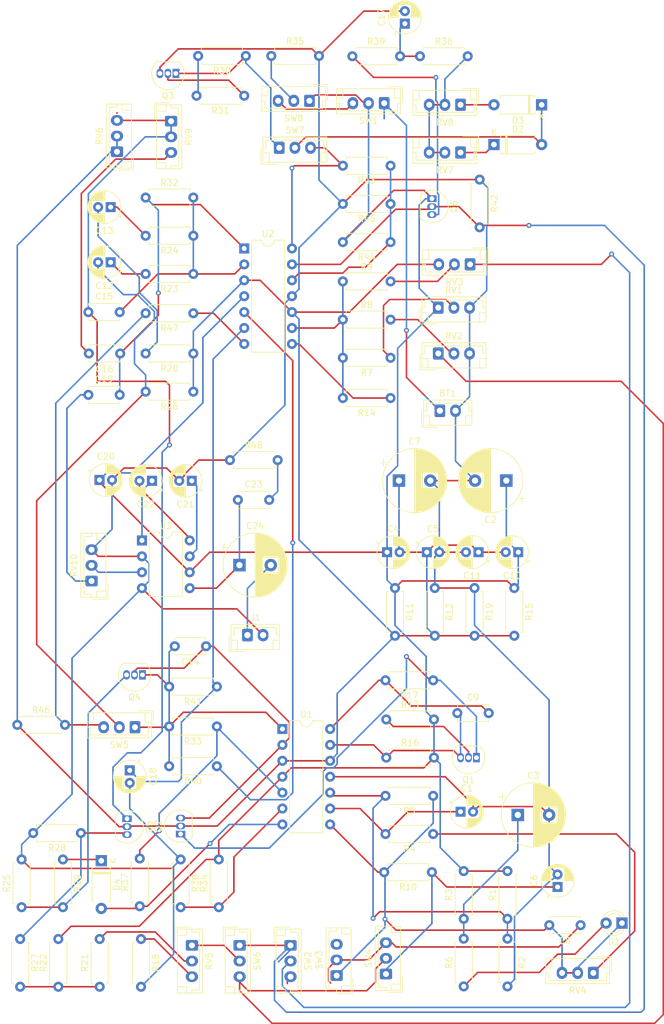
<source format=kicad_pcb>
(kicad_pcb (version 20171130) (host pcbnew "(5.1.10)-1")
  (layers (0 F.Cu signal) (31 B.Cu signal) (34 B.Paste user) (35 F.Paste user) (36 B.SilkS user) (37 F.SilkS user) (38 B.Mask user) (39 F.Mask user) (44 Edge.Cuts user))
  (net 0 "")
  (net 1 BN)
  (net 2 "Net-(BT1-Pad1)")
  (net 3 "Net-(C1-Pad1)")
  (net 4 BP)
  (net 5 "Net-(C3-Pad1)")
  (net 6 VG)
  (net 7 "Net-(C6-Pad1)")
  (net 8 "Net-(C8-Pad2)")
  (net 9 "Net-(C8-Pad1)")
  (net 10 "Net-(C9-Pad1)")
  (net 11 "Net-(C9-Pad2)")
  (net 12 "Net-(C12-Pad2)")
  (net 13 "Net-(C12-Pad1)")
  (net 14 "Net-(C13-Pad1)")
  (net 15 "Net-(C13-Pad2)")
  (net 16 "Net-(C14-Pad1)")
  (net 17 RMP)
  (net 18 "Net-(C15-Pad2)")
  (net 19 "Net-(C15-Pad1)")
  (net 20 A)
  (net 21 "Net-(C16-Pad2)")
  (net 22 "Net-(C17-Pad1)")
  (net 23 "Net-(C18-Pad1)")
  (net 24 "Net-(C19-Pad1)")
  (net 25 "Net-(C21-Pad1)")
  (net 26 "Net-(C22-Pad1)")
  (net 27 "Net-(C22-Pad2)")
  (net 28 "Net-(C23-Pad2)")
  (net 29 "Net-(C23-Pad1)")
  (net 30 "Net-(C24-Pad2)")
  (net 31 "Net-(D1-Pad2)")
  (net 32 "Net-(D2-Pad1)")
  (net 33 "Net-(D2-Pad2)")
  (net 34 "Net-(D3-Pad2)")
  (net 35 "Net-(D4-Pad1)")
  (net 36 "Net-(D4-Pad2)")
  (net 37 "Net-(Q1-Pad1)")
  (net 38 "Net-(Q1-Pad2)")
  (net 39 "Net-(Q3-Pad2)")
  (net 40 "Net-(Q3-Pad1)")
  (net 41 "Net-(Q4-Pad3)")
  (net 42 "Net-(Q5-Pad3)")
  (net 43 AREG)
  (net 44 "Net-(Q6-Pad3)")
  (net 45 "Net-(R1-Pad1)")
  (net 46 "Net-(R4-Pad1)")
  (net 47 "Net-(R7-Pad1)")
  (net 48 "Net-(R14-Pad2)")
  (net 49 "Net-(R8-Pad2)")
  (net 50 "Net-(R9-Pad2)")
  (net 51 "Net-(R18-Pad1)")
  (net 52 "Net-(R21-Pad2)")
  (net 53 "Net-(R21-Pad1)")
  (net 54 "Net-(R30-Pad2)")
  (net 55 "Net-(R33-Pad1)")
  (net 56 "Net-(R34-Pad1)")
  (net 57 "Net-(R36-Pad2)")
  (net 58 "Net-(R40-Pad1)")
  (net 59 "Net-(R43-Pad1)")
  (net 60 "Net-(R43-Pad2)")
  (net 61 SQR)
  (net 62 "Net-(R47-Pad1)")
  (net 63 LFO)
  (net 64 "Net-(RV3-Pad1)")
  (net 65 "Net-(RV5-Pad1)")
  (net 66 "Net-(RV10-Pad2)")
  (module Connector_JST:JST_EH_B3B-EH-A_1x03_P2.50mm_Vertical (layer F.Cu) (at 855.98 278.5618 180)
    (fp_text reference SW1 (at 2.5 -2.8) (layer F.SilkS))
    (fp_text value SW_SPST)
    (pad 1 thru_hole roundrect (at 0 0 180) (size 1.7 1.95) (drill 0.95) (layers *.Cu *.Mask) (roundrect_rratio 0.147059) (net 2 "Net-(BT1-Pad1)"))
    (pad 2 thru_hole oval (at 2.5 0 180) (size 1.7 1.95) (drill 0.95) (layers *.Cu *.Mask) (net 4 BP))
    (pad 3 thru_hole oval (at 5 0 180) (size 1.7 1.95) (drill 0.95) (layers *.Cu *.Mask))
  )
  (module Package_DIP:DIP-14_W7.62mm (layer F.Cu) (at 833.628 301.752)
    (fp_text reference U2 (at 3.81 -2.33) (layer F.SilkS))
    (fp_text value LM324)
    (pad 1 thru_hole rect (at 0 0) (size 1.6 1.6) (drill 0.8) (layers *.Cu *.Mask) (net 20 A))
    (pad 8 thru_hole oval (at 7.62 15.24) (size 1.6 1.6) (drill 0.8) (layers *.Cu *.Mask) (net 38 "Net-(Q1-Pad2)"))
    (pad 2 thru_hole oval (at 0 2.54) (size 1.6 1.6) (drill 0.8) (layers *.Cu *.Mask) (net 18 "Net-(C15-Pad2)"))
    (pad 9 thru_hole oval (at 7.62 12.7) (size 1.6 1.6) (drill 0.8) (layers *.Cu *.Mask) (net 48 "Net-(R14-Pad2)"))
    (pad 3 thru_hole oval (at 0 5.08) (size 1.6 1.6) (drill 0.8) (layers *.Cu *.Mask) (net 6 VG))
    (pad 10 thru_hole oval (at 7.62 10.16) (size 1.6 1.6) (drill 0.8) (layers *.Cu *.Mask) (net 6 VG))
    (pad 4 thru_hole oval (at 0 7.62) (size 1.6 1.6) (drill 0.8) (layers *.Cu *.Mask) (net 4 BP))
    (pad 11 thru_hole oval (at 7.62 7.62) (size 1.6 1.6) (drill 0.8) (layers *.Cu *.Mask) (net 1 BN))
    (pad 5 thru_hole oval (at 0 10.16) (size 1.6 1.6) (drill 0.8) (layers *.Cu *.Mask) (net 58 "Net-(R40-Pad1)"))
    (pad 12 thru_hole oval (at 7.62 5.08) (size 1.6 1.6) (drill 0.8) (layers *.Cu *.Mask) (net 59 "Net-(R43-Pad1)"))
    (pad 6 thru_hole oval (at 0 12.7) (size 1.6 1.6) (drill 0.8) (layers *.Cu *.Mask) (net 23 "Net-(C18-Pad1)"))
    (pad 13 thru_hole oval (at 7.62 2.54) (size 1.6 1.6) (drill 0.8) (layers *.Cu *.Mask) (net 43 AREG))
    (pad 7 thru_hole oval (at 0 15.24) (size 1.6 1.6) (drill 0.8) (layers *.Cu *.Mask) (net 62 "Net-(R47-Pad1)"))
    (pad 14 thru_hole oval (at 7.62 0) (size 1.6 1.6) (drill 0.8) (layers *.Cu *.Mask) (net 60 "Net-(R43-Pad2)"))
  )
  (module Package_DIP:DIP-14_W7.62mm (layer F.Cu) (at 839.724 378.46)
    (fp_text reference U1 (at 3.81 -2.33) (layer F.SilkS))
    (fp_text value LM324)
    (pad 14 thru_hole oval (at 7.62 0) (size 1.6 1.6) (drill 0.8) (layers *.Cu *.Mask) (net 11 "Net-(C9-Pad2)"))
    (pad 7 thru_hole oval (at 0 15.24) (size 1.6 1.6) (drill 0.8) (layers *.Cu *.Mask) (net 36 "Net-(D4-Pad2)"))
    (pad 13 thru_hole oval (at 7.62 2.54) (size 1.6 1.6) (drill 0.8) (layers *.Cu *.Mask) (net 10 "Net-(C9-Pad1)"))
    (pad 6 thru_hole oval (at 0 12.7) (size 1.6 1.6) (drill 0.8) (layers *.Cu *.Mask) (net 56 "Net-(R34-Pad1)"))
    (pad 12 thru_hole oval (at 7.62 5.08) (size 1.6 1.6) (drill 0.8) (layers *.Cu *.Mask) (net 6 VG))
    (pad 5 thru_hole oval (at 0 10.16) (size 1.6 1.6) (drill 0.8) (layers *.Cu *.Mask) (net 55 "Net-(R33-Pad1)"))
    (pad 11 thru_hole oval (at 7.62 7.62) (size 1.6 1.6) (drill 0.8) (layers *.Cu *.Mask) (net 1 BN))
    (pad 4 thru_hole oval (at 0 7.62) (size 1.6 1.6) (drill 0.8) (layers *.Cu *.Mask) (net 4 BP))
    (pad 10 thru_hole oval (at 7.62 10.16) (size 1.6 1.6) (drill 0.8) (layers *.Cu *.Mask) (net 45 "Net-(R1-Pad1)"))
    (pad 3 thru_hole oval (at 0 5.08) (size 1.6 1.6) (drill 0.8) (layers *.Cu *.Mask) (net 6 VG))
    (pad 9 thru_hole oval (at 7.62 12.7) (size 1.6 1.6) (drill 0.8) (layers *.Cu *.Mask) (net 3 "Net-(C1-Pad1)"))
    (pad 2 thru_hole oval (at 0 2.54) (size 1.6 1.6) (drill 0.8) (layers *.Cu *.Mask) (net 16 "Net-(C14-Pad1)"))
    (pad 8 thru_hole oval (at 7.62 15.24) (size 1.6 1.6) (drill 0.8) (layers *.Cu *.Mask) (net 8 "Net-(C8-Pad2)"))
    (pad 1 thru_hole rect (at 0 0) (size 1.6 1.6) (drill 0.8) (layers *.Cu *.Mask) (net 17 RMP))
  )
  (module Connector_JST:JST_EH_B2B-EH-A_1x02_P2.50mm_Vertical (layer F.Cu) (at 864.87 327.66)
    (fp_text reference BT1 (at 1.25 -2.8) (layer F.SilkS))
    (fp_text value 9V)
    (pad 2 thru_hole oval (at 2.5 0) (size 1.7 2) (drill 1) (layers *.Cu *.Mask) (net 1 BN))
    (pad 1 thru_hole roundrect (at 0 0) (size 1.7 2) (drill 1) (layers *.Cu *.Mask) (roundrect_rratio 0.147059) (net 2 "Net-(BT1-Pad1)"))
  )
  (module Capacitor_THT:CP_Radial_D5.0mm_P2.00mm (layer F.Cu) (at 868.172 391.668)
    (fp_text reference C1 (at 1 -3.75) (layer F.SilkS))
    (fp_text value 1uF)
    (pad 2 thru_hole circle (at 2 0) (size 1.6 1.6) (drill 0.8) (layers *.Cu *.Mask) (net 1 BN))
    (pad 1 thru_hole rect (at 0 0) (size 1.6 1.6) (drill 0.8) (layers *.Cu *.Mask) (net 3 "Net-(C1-Pad1)"))
  )
  (module Capacitor_THT:CP_Radial_D10.0mm_P5.00mm (layer F.Cu) (at 875.4872 338.8106 180)
    (fp_text reference C2 (at 2.5 -6.25) (layer F.SilkS))
    (fp_text value 470uF)
    (pad 2 thru_hole circle (at 5 0 180) (size 2 2) (drill 1) (layers *.Cu *.Mask) (net 1 BN))
    (pad 1 thru_hole rect (at 0 0 180) (size 2 2) (drill 1) (layers *.Cu *.Mask) (net 4 BP))
  )
  (module Capacitor_THT:CP_Radial_D10.0mm_P5.00mm (layer F.Cu) (at 877.316 392.176)
    (fp_text reference C3 (at 2.5 -6.25) (layer F.SilkS))
    (fp_text value 470uF)
    (pad 1 thru_hole rect (at 0 0) (size 2 2) (drill 1) (layers *.Cu *.Mask) (net 5 "Net-(C3-Pad1)"))
    (pad 2 thru_hole circle (at 5 0) (size 2 2) (drill 1) (layers *.Cu *.Mask) (net 1 BN))
  )
  (module Capacitor_THT:CP_Radial_D5.0mm_P2.00mm (layer F.Cu) (at 856.4372 350.2406)
    (fp_text reference C4 (at 1 -3.75) (layer F.SilkS))
    (fp_text value 10uF)
    (pad 1 thru_hole rect (at 0 0) (size 1.6 1.6) (drill 0.8) (layers *.Cu *.Mask) (net 4 BP))
    (pad 2 thru_hole circle (at 2 0) (size 1.6 1.6) (drill 0.8) (layers *.Cu *.Mask) (net 6 VG))
  )
  (module Capacitor_THT:CP_Radial_D5.0mm_P2.00mm (layer F.Cu) (at 862.7872 350.2406)
    (fp_text reference C5 (at 1 -3.75) (layer F.SilkS))
    (fp_text value 10uF)
    (pad 1 thru_hole rect (at 0 0) (size 1.6 1.6) (drill 0.8) (layers *.Cu *.Mask) (net 6 VG))
    (pad 2 thru_hole circle (at 2 0) (size 1.6 1.6) (drill 0.8) (layers *.Cu *.Mask) (net 1 BN))
  )
  (module Capacitor_THT:CP_Radial_D5.0mm_P2.00mm (layer F.Cu) (at 883.666 403.6822 90)
    (fp_text reference C6 (at 1 -3.75 90) (layer F.SilkS))
    (fp_text value 1uF)
    (pad 1 thru_hole rect (at 0 0 90) (size 1.6 1.6) (drill 0.8) (layers *.Cu *.Mask) (net 7 "Net-(C6-Pad1)"))
    (pad 2 thru_hole circle (at 2 0 90) (size 1.6 1.6) (drill 0.8) (layers *.Cu *.Mask) (net 1 BN))
  )
  (module Capacitor_THT:CP_Radial_D10.0mm_P5.00mm (layer F.Cu) (at 858.3422 338.8106)
    (fp_text reference C7 (at 2.5 -6.25) (layer F.SilkS))
    (fp_text value 470uF)
    (pad 1 thru_hole rect (at 0 0) (size 2 2) (drill 1) (layers *.Cu *.Mask) (net 6 VG))
    (pad 2 thru_hole circle (at 5 0) (size 2 2) (drill 1) (layers *.Cu *.Mask) (net 1 BN))
  )
  (module Capacitor_THT:C_Disc_D4.7mm_W2.5mm_P5.00mm (layer F.Cu) (at 887.349 409.7782 180)
    (fp_text reference C8 (at 2.5 -2.5) (layer F.SilkS))
    (fp_text value 1nF)
    (pad 2 thru_hole circle (at 5 0 180) (size 1.6 1.6) (drill 0.8) (layers *.Cu *.Mask) (net 8 "Net-(C8-Pad2)"))
    (pad 1 thru_hole circle (at 0 0 180) (size 1.6 1.6) (drill 0.8) (layers *.Cu *.Mask) (net 9 "Net-(C8-Pad1)"))
  )
  (module Capacitor_THT:C_Disc_D4.7mm_W2.5mm_P5.00mm (layer F.Cu) (at 867.664 375.92)
    (fp_text reference C9 (at 2.5 -2.5) (layer F.SilkS))
    (fp_text value 100pF)
    (pad 2 thru_hole circle (at 5 0) (size 1.6 1.6) (drill 0.8) (layers *.Cu *.Mask) (net 11 "Net-(C9-Pad2)"))
    (pad 1 thru_hole circle (at 0 0) (size 1.6 1.6) (drill 0.8) (layers *.Cu *.Mask) (net 10 "Net-(C9-Pad1)"))
  )
  (module Capacitor_THT:CP_Radial_D5.0mm_P2.00mm (layer F.Cu) (at 877.3922 350.2406 180)
    (fp_text reference C10 (at 1 -3.75) (layer F.SilkS))
    (fp_text value 10uF)
    (pad 1 thru_hole rect (at 0 0 180) (size 1.6 1.6) (drill 0.8) (layers *.Cu *.Mask) (net 4 BP))
    (pad 2 thru_hole circle (at 2 0 180) (size 1.6 1.6) (drill 0.8) (layers *.Cu *.Mask) (net 6 VG))
  )
  (module Capacitor_THT:CP_Radial_D5.0mm_P2.00mm (layer F.Cu) (at 871.0422 350.2406 180)
    (fp_text reference C11 (at 1 -3.75) (layer F.SilkS))
    (fp_text value 10uF)
    (pad 2 thru_hole circle (at 2 0 180) (size 1.6 1.6) (drill 0.8) (layers *.Cu *.Mask) (net 1 BN))
    (pad 1 thru_hole rect (at 0 0 180) (size 1.6 1.6) (drill 0.8) (layers *.Cu *.Mask) (net 6 VG))
  )
  (module Capacitor_THT:CP_Radial_D5.0mm_P2.00mm (layer F.Cu) (at 812.292 303.9618 180)
    (fp_text reference C12 (at 1 -3.75) (layer F.SilkS))
    (fp_text value 0.1uF)
    (pad 2 thru_hole circle (at 2 0 180) (size 1.6 1.6) (drill 0.8) (layers *.Cu *.Mask) (net 12 "Net-(C12-Pad2)"))
    (pad 1 thru_hole rect (at 0 0 180) (size 1.6 1.6) (drill 0.8) (layers *.Cu *.Mask) (net 13 "Net-(C12-Pad1)"))
  )
  (module Capacitor_THT:CP_Radial_D5.0mm_P2.00mm (layer F.Cu) (at 812.292 295.148 180)
    (fp_text reference C13 (at 1 -3.75) (layer F.SilkS))
    (fp_text value 0.1uF)
    (pad 1 thru_hole rect (at 0 0 180) (size 1.6 1.6) (drill 0.8) (layers *.Cu *.Mask) (net 14 "Net-(C13-Pad1)"))
    (pad 2 thru_hole circle (at 2 0 180) (size 1.6 1.6) (drill 0.8) (layers *.Cu *.Mask) (net 15 "Net-(C13-Pad2)"))
  )
  (module Capacitor_THT:C_Disc_D4.7mm_W2.5mm_P5.00mm (layer F.Cu) (at 827.532 365.252 180)
    (fp_text reference C14 (at 2.5 -2.5) (layer F.SilkS))
    (fp_text value .001uF)
    (pad 2 thru_hole circle (at 5 0 180) (size 1.6 1.6) (drill 0.8) (layers *.Cu *.Mask) (net 17 RMP))
    (pad 1 thru_hole circle (at 0 0 180) (size 1.6 1.6) (drill 0.8) (layers *.Cu *.Mask) (net 16 "Net-(C14-Pad1)"))
  )
  (module Capacitor_THT:C_Disc_D4.7mm_W2.5mm_P5.00mm (layer F.Cu) (at 808.736 311.912)
    (fp_text reference C15 (at 2.5 -2.5) (layer F.SilkS))
    (fp_text value .001uF)
    (pad 2 thru_hole circle (at 5 0) (size 1.6 1.6) (drill 0.8) (layers *.Cu *.Mask) (net 18 "Net-(C15-Pad2)"))
    (pad 1 thru_hole circle (at 0 0) (size 1.6 1.6) (drill 0.8) (layers *.Cu *.Mask) (net 19 "Net-(C15-Pad1)"))
  )
  (module Capacitor_THT:C_Disc_D4.7mm_W2.5mm_P5.00mm (layer F.Cu) (at 813.816 318.516 180)
    (fp_text reference C16 (at 2.5 -2.5) (layer F.SilkS))
    (fp_text value .001uF)
    (pad 1 thru_hole circle (at 0 0 180) (size 1.6 1.6) (drill 0.8) (layers *.Cu *.Mask) (net 20 A))
    (pad 2 thru_hole circle (at 5 0 180) (size 1.6 1.6) (drill 0.8) (layers *.Cu *.Mask) (net 21 "Net-(C16-Pad2)"))
  )
  (module Capacitor_THT:CP_Radial_D5.0mm_P2.00mm (layer F.Cu) (at 859.282 265.8618 90)
    (fp_text reference C17 (at 1 -3.75 90) (layer F.SilkS))
    (fp_text value 4.7uF)
    (pad 2 thru_hole circle (at 2 0 90) (size 1.6 1.6) (drill 0.8) (layers *.Cu *.Mask) (net 1 BN))
    (pad 1 thru_hole rect (at 0 0 90) (size 1.6 1.6) (drill 0.8) (layers *.Cu *.Mask) (net 22 "Net-(C17-Pad1)"))
  )
  (module Capacitor_THT:CP_Radial_D5.0mm_P2.00mm (layer F.Cu) (at 815.34 385.064 270)
    (fp_text reference C18 (at 1 -3.75 90) (layer F.SilkS))
    (fp_text value 0.1uF)
    (pad 2 thru_hole circle (at 2 0 270) (size 1.6 1.6) (drill 0.8) (layers *.Cu *.Mask) (net 1 BN))
    (pad 1 thru_hole rect (at 0 0 270) (size 1.6 1.6) (drill 0.8) (layers *.Cu *.Mask) (net 23 "Net-(C18-Pad1)"))
  )
  (module Capacitor_THT:C_Disc_D4.7mm_W2.5mm_P5.00mm (layer F.Cu) (at 808.736 325.12)
    (fp_text reference C19 (at 2.5 -2.5) (layer F.SilkS))
    (fp_text value 1uF)
    (pad 1 thru_hole circle (at 0 0) (size 1.6 1.6) (drill 0.8) (layers *.Cu *.Mask) (net 24 "Net-(C19-Pad1)"))
    (pad 2 thru_hole circle (at 5 0) (size 1.6 1.6) (drill 0.8) (layers *.Cu *.Mask) (net 20 A))
  )
  (module Capacitor_THT:CP_Radial_D5.0mm_P2.00mm (layer F.Cu) (at 810.514 338.709)
    (fp_text reference C20 (at 1 -3.75) (layer F.SilkS))
    (fp_text value 0.1uF)
    (pad 2 thru_hole circle (at 2 0) (size 1.6 1.6) (drill 0.8) (layers *.Cu *.Mask) (net 1 BN))
    (pad 1 thru_hole rect (at 0 0) (size 1.6 1.6) (drill 0.8) (layers *.Cu *.Mask) (net 4 BP))
  )
  (module Capacitor_THT:CP_Radial_D5.0mm_P2.00mm (layer F.Cu) (at 825.246 338.836 180)
    (fp_text reference C21 (at 1 -3.75) (layer F.SilkS))
    (fp_text value 10uF)
    (pad 2 thru_hole circle (at 2 0 180) (size 1.6 1.6) (drill 0.8) (layers *.Cu *.Mask) (net 1 BN))
    (pad 1 thru_hole rect (at 0 0 180) (size 1.6 1.6) (drill 0.8) (layers *.Cu *.Mask) (net 25 "Net-(C21-Pad1)"))
  )
  (module Capacitor_THT:CP_Radial_D5.0mm_P2.00mm (layer F.Cu) (at 818.896 338.836 180)
    (fp_text reference C22 (at 1 -3.75) (layer F.SilkS))
    (fp_text value 10uF)
    (pad 1 thru_hole rect (at 0 0 180) (size 1.6 1.6) (drill 0.8) (layers *.Cu *.Mask) (net 26 "Net-(C22-Pad1)"))
    (pad 2 thru_hole circle (at 2 0 180) (size 1.6 1.6) (drill 0.8) (layers *.Cu *.Mask) (net 27 "Net-(C22-Pad2)"))
  )
  (module Capacitor_THT:C_Disc_D4.7mm_W2.5mm_P5.00mm (layer F.Cu) (at 832.612 341.884)
    (fp_text reference C23 (at 2.5 -2.5) (layer F.SilkS))
    (fp_text value .047uF)
    (pad 2 thru_hole circle (at 5 0) (size 1.6 1.6) (drill 0.8) (layers *.Cu *.Mask) (net 28 "Net-(C23-Pad2)"))
    (pad 1 thru_hole circle (at 0 0) (size 1.6 1.6) (drill 0.8) (layers *.Cu *.Mask) (net 29 "Net-(C23-Pad1)"))
  )
  (module Capacitor_THT:CP_Radial_D10.0mm_P5.00mm (layer F.Cu) (at 832.866 352.298)
    (fp_text reference C24 (at 2.5 -6.25) (layer F.SilkS))
    (fp_text value 220uF)
    (pad 2 thru_hole circle (at 5 0) (size 2 2) (drill 1) (layers *.Cu *.Mask) (net 30 "Net-(C24-Pad2)"))
    (pad 1 thru_hole rect (at 0 0) (size 2 2) (drill 1) (layers *.Cu *.Mask) (net 29 "Net-(C23-Pad1)"))
  )
  (module LED_THT:LED_D3.0mm (layer F.Cu) (at 893.953 409.448 180)
    (fp_text reference D1 (at 1.27 -2.96) (layer F.SilkS))
    (fp_text value LED)
    (pad 1 thru_hole rect (at 0 0 180) (size 1.8 1.8) (drill 0.9) (layers *.Cu *.Mask) (net 8 "Net-(C8-Pad2)"))
    (pad 2 thru_hole circle (at 2.54 0 180) (size 1.8 1.8) (drill 0.9) (layers *.Cu *.Mask) (net 31 "Net-(D1-Pad2)"))
  )
  (module Diode_THT:D_A-405_P7.62mm_Horizontal (layer F.Cu) (at 873.506 285.1658)
    (fp_text reference D2 (at 3.81 -2.47) (layer F.SilkS))
    (fp_text value D)
    (fp_text user K (at 0 -1.9) (layer F.SilkS))
    (pad 1 thru_hole rect (at 0 0) (size 1.8 1.8) (drill 0.9) (layers *.Cu *.Mask) (net 32 "Net-(D2-Pad1)"))
    (pad 2 thru_hole oval (at 7.62 0) (size 1.8 1.8) (drill 0.9) (layers *.Cu *.Mask) (net 33 "Net-(D2-Pad2)"))
  )
  (module Diode_THT:D_A-405_P7.62mm_Horizontal (layer F.Cu) (at 881.126 278.8158 180)
    (fp_text reference D3 (at 3.81 -2.47) (layer F.SilkS))
    (fp_text value D)
    (fp_text user K (at 0 -1.9) (layer F.SilkS))
    (pad 2 thru_hole oval (at 7.62 0 180) (size 1.8 1.8) (drill 0.9) (layers *.Cu *.Mask) (net 34 "Net-(D3-Pad2)"))
    (pad 1 thru_hole rect (at 0 0 180) (size 1.8 1.8) (drill 0.9) (layers *.Cu *.Mask) (net 33 "Net-(D2-Pad2)"))
  )
  (module Diode_THT:D_A-405_P7.62mm_Horizontal (layer F.Cu) (at 810.7934 399.4912 270)
    (fp_text reference D4 (at 3.81 -2.47 90) (layer F.SilkS))
    (fp_text value D)
    (fp_text user K (at 0 -1.9 90) (layer F.SilkS))
    (pad 2 thru_hole oval (at 7.62 0 270) (size 1.8 1.8) (drill 0.9) (layers *.Cu *.Mask) (net 36 "Net-(D4-Pad2)"))
    (pad 1 thru_hole rect (at 0 0 270) (size 1.8 1.8) (drill 0.9) (layers *.Cu *.Mask) (net 35 "Net-(D4-Pad1)"))
  )
  (module Connector_JST:JST_EH_B2B-EH-A_1x02_P2.50mm_Vertical (layer F.Cu) (at 834.136 363.474)
    (fp_text reference J1 (at 1.25 -2.8) (layer F.SilkS))
    (fp_text value SPKR)
    (pad 1 thru_hole roundrect (at 0 0) (size 1.7 2) (drill 1) (layers *.Cu *.Mask) (roundrect_rratio 0.147059) (net 30 "Net-(C24-Pad2)"))
    (pad 2 thru_hole oval (at 2.5 0) (size 1.7 2) (drill 1) (layers *.Cu *.Mask) (net 1 BN))
  )
  (module Package_TO_SOT_THT:TO-92_Inline (layer F.Cu) (at 870.712 383.032 180)
    (fp_text reference Q1 (at 1.27 -3.56) (layer F.SilkS))
    (fp_text value 2N3904)
    (pad 2 thru_hole oval (at 1.27 0 180) (size 1.05 1.5) (drill 0.75) (layers *.Cu *.Mask) (net 38 "Net-(Q1-Pad2)"))
    (pad 3 thru_hole oval (at 2.54 0 180) (size 1.05 1.5) (drill 0.75) (layers *.Cu *.Mask) (net 10 "Net-(C9-Pad1)"))
    (pad 1 thru_hole rect (at 0 0 180) (size 1.05 1.5) (drill 0.75) (layers *.Cu *.Mask) (net 37 "Net-(Q1-Pad1)"))
  )
  (module Package_TO_SOT_THT:TO-92_Inline (layer F.Cu) (at 823.468 395.224 90)
    (fp_text reference Q2 (at 1.27 -3.56 90) (layer F.SilkS))
    (fp_text value 2N3904)
    (pad 1 thru_hole rect (at 0 0 90) (size 1.05 1.5) (drill 0.75) (layers *.Cu *.Mask) (net 37 "Net-(Q1-Pad1)"))
    (pad 3 thru_hole oval (at 2.54 0 90) (size 1.05 1.5) (drill 0.75) (layers *.Cu *.Mask) (net 16 "Net-(C14-Pad1)"))
    (pad 2 thru_hole oval (at 1.27 0 90) (size 1.05 1.5) (drill 0.75) (layers *.Cu *.Mask) (net 6 VG))
  )
  (module Package_TO_SOT_THT:TO-92_Inline (layer F.Cu) (at 822.706 273.812 180)
    (fp_text reference Q3 (at 1.27 -3.56) (layer F.SilkS))
    (fp_text value 2N3906)
    (pad 2 thru_hole oval (at 1.27 0 180) (size 1.05 1.5) (drill 0.75) (layers *.Cu *.Mask) (net 39 "Net-(Q3-Pad2)"))
    (pad 3 thru_hole oval (at 2.54 0 180) (size 1.05 1.5) (drill 0.75) (layers *.Cu *.Mask) (net 1 BN))
    (pad 1 thru_hole rect (at 0 0 180) (size 1.05 1.5) (drill 0.75) (layers *.Cu *.Mask) (net 40 "Net-(Q3-Pad1)"))
  )
  (module Package_TO_SOT_THT:TO-92_Inline (layer F.Cu) (at 817.372 369.824 180)
    (fp_text reference Q4 (at 1.27 -3.56) (layer F.SilkS))
    (fp_text value 2N5457)
    (pad 2 thru_hole oval (at 1.27 0 180) (size 1.05 1.5) (drill 0.75) (layers *.Cu *.Mask) (net 16 "Net-(C14-Pad1)"))
    (pad 3 thru_hole oval (at 2.54 0 180) (size 1.05 1.5) (drill 0.75) (layers *.Cu *.Mask) (net 41 "Net-(Q4-Pad3)"))
    (pad 1 thru_hole rect (at 0 0 180) (size 1.05 1.5) (drill 0.75) (layers *.Cu *.Mask) (net 17 RMP))
  )
  (module Package_TO_SOT_THT:TO-92_Inline (layer F.Cu) (at 814.9082 392.7856 270)
    (fp_text reference Q5 (at 1.27 -3.56 90) (layer F.SilkS))
    (fp_text value 2N5457)
    (pad 1 thru_hole rect (at 0 0 270) (size 1.05 1.5) (drill 0.75) (layers *.Cu *.Mask) (net 19 "Net-(C15-Pad1)"))
    (pad 3 thru_hole oval (at 2.54 0 270) (size 1.05 1.5) (drill 0.75) (layers *.Cu *.Mask) (net 42 "Net-(Q5-Pad3)"))
    (pad 2 thru_hole oval (at 1.27 0 270) (size 1.05 1.5) (drill 0.75) (layers *.Cu *.Mask) (net 6 VG))
  )
  (module Package_TO_SOT_THT:TO-92_Inline (layer F.Cu) (at 863.6 293.8018 270)
    (fp_text reference Q6 (at 1.27 -3.56 90) (layer F.SilkS))
    (fp_text value 2N5457)
    (pad 2 thru_hole oval (at 1.27 0 270) (size 1.05 1.5) (drill 0.75) (layers *.Cu *.Mask) (net 43 AREG))
    (pad 3 thru_hole oval (at 2.54 0 270) (size 1.05 1.5) (drill 0.75) (layers *.Cu *.Mask) (net 44 "Net-(Q6-Pad3)"))
    (pad 1 thru_hole rect (at 0 0 270) (size 1.05 1.5) (drill 0.75) (layers *.Cu *.Mask) (net 4 BP))
  )
  (module Resistor_THT:R_Axial_DIN0207_L6.3mm_D2.5mm_P7.62mm_Horizontal (layer F.Cu) (at 875.665 408.7622 90)
    (fp_text reference R1 (at 3.81 -2.37 90) (layer F.SilkS))
    (fp_text value 100k)
    (pad 2 thru_hole oval (at 7.62 0 90) (size 1.6 1.6) (drill 0.8) (layers *.Cu *.Mask) (net 4 BP))
    (pad 1 thru_hole circle (at 0 0 90) (size 1.6 1.6) (drill 0.8) (layers *.Cu *.Mask) (net 45 "Net-(R1-Pad1)"))
  )
  (module Resistor_THT:R_Axial_DIN0207_L6.3mm_D2.5mm_P7.62mm_Horizontal (layer F.Cu) (at 875.665 411.9372 270)
    (fp_text reference R2 (at 3.81 -2.37 90) (layer F.SilkS))
    (fp_text value 100k)
    (pad 1 thru_hole circle (at 0 0 270) (size 1.6 1.6) (drill 0.8) (layers *.Cu *.Mask) (net 45 "Net-(R1-Pad1)"))
    (pad 2 thru_hole oval (at 7.62 0 270) (size 1.6 1.6) (drill 0.8) (layers *.Cu *.Mask) (net 1 BN))
  )
  (module Resistor_THT:R_Axial_DIN0207_L6.3mm_D2.5mm_P7.62mm_Horizontal (layer F.Cu) (at 868.68 408.7622 90)
    (fp_text reference R3 (at 3.81 -2.37 90) (layer F.SilkS))
    (fp_text value 3k)
    (pad 1 thru_hole circle (at 0 0 90) (size 1.6 1.6) (drill 0.8) (layers *.Cu *.Mask) (net 5 "Net-(C3-Pad1)"))
    (pad 2 thru_hole oval (at 7.62 0 90) (size 1.6 1.6) (drill 0.8) (layers *.Cu *.Mask) (net 4 BP))
  )
  (module Resistor_THT:R_Axial_DIN0207_L6.3mm_D2.5mm_P7.62mm_Horizontal (layer F.Cu) (at 863.8032 395.224 180)
    (fp_text reference R4 (at 3.81 -2.37) (layer F.SilkS))
    (fp_text value 3k)
    (pad 2 thru_hole oval (at 7.62 0 180) (size 1.6 1.6) (drill 0.8) (layers *.Cu *.Mask) (net 3 "Net-(C1-Pad1)"))
    (pad 1 thru_hole circle (at 0 0 180) (size 1.6 1.6) (drill 0.8) (layers *.Cu *.Mask) (net 46 "Net-(R4-Pad1)"))
  )
  (module Resistor_THT:R_Axial_DIN0207_L6.3mm_D2.5mm_P7.62mm_Horizontal (layer F.Cu) (at 863.8032 389.128 180)
    (fp_text reference R5 (at 3.81 -2.37) (layer F.SilkS))
    (fp_text value 100k)
    (pad 2 thru_hole oval (at 7.62 0 180) (size 1.6 1.6) (drill 0.8) (layers *.Cu *.Mask) (net 45 "Net-(R1-Pad1)"))
    (pad 1 thru_hole circle (at 0 0 180) (size 1.6 1.6) (drill 0.8) (layers *.Cu *.Mask) (net 8 "Net-(C8-Pad2)"))
  )
  (module Resistor_THT:R_Axial_DIN0207_L6.3mm_D2.5mm_P7.62mm_Horizontal (layer F.Cu) (at 868.68 419.5572 90)
    (fp_text reference R6 (at 3.81 -2.37 90) (layer F.SilkS))
    (fp_text value 3k)
    (pad 1 thru_hole circle (at 0 0 90) (size 1.6 1.6) (drill 0.8) (layers *.Cu *.Mask) (net 31 "Net-(D1-Pad2)"))
    (pad 2 thru_hole oval (at 7.62 0 90) (size 1.6 1.6) (drill 0.8) (layers *.Cu *.Mask) (net 5 "Net-(C3-Pad1)"))
  )
  (module Resistor_THT:R_Axial_DIN0207_L6.3mm_D2.5mm_P7.62mm_Horizontal (layer F.Cu) (at 856.996 319.2018 180)
    (fp_text reference R7 (at 3.81 -2.37) (layer F.SilkS))
    (fp_text value 47k)
    (pad 2 thru_hole oval (at 7.62 0 180) (size 1.6 1.6) (drill 0.8) (layers *.Cu *.Mask) (net 48 "Net-(R14-Pad2)"))
    (pad 1 thru_hole circle (at 0 0 180) (size 1.6 1.6) (drill 0.8) (layers *.Cu *.Mask) (net 47 "Net-(R7-Pad1)"))
  )
  (module Resistor_THT:R_Axial_DIN0207_L6.3mm_D2.5mm_P7.62mm_Horizontal (layer F.Cu) (at 849.376 313.1058)
    (fp_text reference R8 (at 3.81 -2.37) (layer F.SilkS))
    (fp_text value 100k)
    (pad 1 thru_hole circle (at 0 0) (size 1.6 1.6) (drill 0.8) (layers *.Cu *.Mask) (net 48 "Net-(R14-Pad2)"))
    (pad 2 thru_hole oval (at 7.62 0) (size 1.6 1.6) (drill 0.8) (layers *.Cu *.Mask) (net 49 "Net-(R8-Pad2)"))
  )
  (module Resistor_THT:R_Axial_DIN0207_L6.3mm_D2.5mm_P7.62mm_Horizontal (layer F.Cu) (at 849.376 307.0098)
    (fp_text reference R9 (at 3.81 -2.37) (layer F.SilkS))
    (fp_text value 36k)
    (pad 2 thru_hole oval (at 7.62 0) (size 1.6 1.6) (drill 0.8) (layers *.Cu *.Mask) (net 50 "Net-(R9-Pad2)"))
    (pad 1 thru_hole circle (at 0 0) (size 1.6 1.6) (drill 0.8) (layers *.Cu *.Mask) (net 48 "Net-(R14-Pad2)"))
  )
  (module Resistor_THT:R_Axial_DIN0207_L6.3mm_D2.5mm_P7.62mm_Horizontal (layer F.Cu) (at 863.6 401.32 180)
    (fp_text reference R10 (at 3.81 -2.37) (layer F.SilkS))
    (fp_text value 20k)
    (pad 2 thru_hole oval (at 7.62 0 180) (size 1.6 1.6) (drill 0.8) (layers *.Cu *.Mask) (net 8 "Net-(C8-Pad2)"))
    (pad 1 thru_hole circle (at 0 0 180) (size 1.6 1.6) (drill 0.8) (layers *.Cu *.Mask) (net 7 "Net-(C6-Pad1)"))
  )
  (module Resistor_THT:R_Axial_DIN0207_L6.3mm_D2.5mm_P7.62mm_Horizontal (layer F.Cu) (at 857.7072 355.9556 270)
    (fp_text reference R11 (at 3.81 -2.37 90) (layer F.SilkS))
    (fp_text value 4.7k)
    (pad 1 thru_hole circle (at 0 0 270) (size 1.6 1.6) (drill 0.8) (layers *.Cu *.Mask) (net 4 BP))
    (pad 2 thru_hole oval (at 7.62 0 270) (size 1.6 1.6) (drill 0.8) (layers *.Cu *.Mask) (net 6 VG))
  )
  (module Resistor_THT:R_Axial_DIN0207_L6.3mm_D2.5mm_P7.62mm_Horizontal (layer F.Cu) (at 864.0572 355.9556 270)
    (fp_text reference R12 (at 3.81 -2.37 90) (layer F.SilkS))
    (fp_text value 4.7k)
    (pad 1 thru_hole circle (at 0 0 270) (size 1.6 1.6) (drill 0.8) (layers *.Cu *.Mask) (net 1 BN))
    (pad 2 thru_hole oval (at 7.62 0 270) (size 1.6 1.6) (drill 0.8) (layers *.Cu *.Mask) (net 6 VG))
  )
  (module Resistor_THT:R_Axial_DIN0207_L6.3mm_D2.5mm_P7.62mm_Horizontal (layer F.Cu) (at 856.3102 376.936)
    (fp_text reference R13 (at 3.81 -2.37) (layer F.SilkS))
    (fp_text value 270k)
    (pad 1 thru_hole circle (at 0 0) (size 1.6 1.6) (drill 0.8) (layers *.Cu *.Mask) (net 38 "Net-(Q1-Pad2)"))
    (pad 2 thru_hole oval (at 7.62 0) (size 1.6 1.6) (drill 0.8) (layers *.Cu *.Mask) (net 4 BP))
  )
  (module Resistor_THT:R_Axial_DIN0207_L6.3mm_D2.5mm_P7.62mm_Horizontal (layer F.Cu) (at 856.996 325.628 180)
    (fp_text reference R14 (at 3.81 -2.37) (layer F.SilkS))
    (fp_text value 2k)
    (pad 2 thru_hole oval (at 7.62 0 180) (size 1.6 1.6) (drill 0.8) (layers *.Cu *.Mask) (net 48 "Net-(R14-Pad2)"))
    (pad 1 thru_hole circle (at 0 0 180) (size 1.6 1.6) (drill 0.8) (layers *.Cu *.Mask) (net 38 "Net-(Q1-Pad2)"))
  )
  (module Resistor_THT:R_Axial_DIN0207_L6.3mm_D2.5mm_P7.62mm_Horizontal (layer F.Cu) (at 876.7572 355.9556 270)
    (fp_text reference R15 (at 3.81 -2.37 90) (layer F.SilkS))
    (fp_text value 4.7k)
    (pad 1 thru_hole circle (at 0 0 270) (size 1.6 1.6) (drill 0.8) (layers *.Cu *.Mask) (net 4 BP))
    (pad 2 thru_hole oval (at 7.62 0 270) (size 1.6 1.6) (drill 0.8) (layers *.Cu *.Mask) (net 6 VG))
  )
  (module Resistor_THT:R_Axial_DIN0207_L6.3mm_D2.5mm_P7.62mm_Horizontal (layer F.Cu) (at 856.3102 383.032)
    (fp_text reference R16 (at 3.81 -2.37) (layer F.SilkS))
    (fp_text value 2M)
    (pad 2 thru_hole oval (at 7.62 0) (size 1.6 1.6) (drill 0.8) (layers *.Cu *.Mask) (net 4 BP))
    (pad 1 thru_hole circle (at 0 0) (size 1.6 1.6) (drill 0.8) (layers *.Cu *.Mask) (net 10 "Net-(C9-Pad1)"))
  )
  (module Resistor_THT:R_Axial_DIN0207_L6.3mm_D2.5mm_P7.62mm_Horizontal (layer F.Cu) (at 863.8032 370.6876 180)
    (fp_text reference R17 (at 3.81 -2.37) (layer F.SilkS))
    (fp_text value 10k)
    (pad 1 thru_hole circle (at 0 0 180) (size 1.6 1.6) (drill 0.8) (layers *.Cu *.Mask) (net 37 "Net-(Q1-Pad1)"))
    (pad 2 thru_hole oval (at 7.62 0 180) (size 1.6 1.6) (drill 0.8) (layers *.Cu *.Mask) (net 11 "Net-(C9-Pad2)"))
  )
  (module Resistor_THT:R_Axial_DIN0207_L6.3mm_D2.5mm_P7.62mm_Horizontal (layer F.Cu) (at 817.1434 411.988 270)
    (fp_text reference R18 (at 3.81 -2.37 90) (layer F.SilkS))
    (fp_text value 27k)
    (pad 2 thru_hole oval (at 7.62 0 270) (size 1.6 1.6) (drill 0.8) (layers *.Cu *.Mask) (net 1 BN))
    (pad 1 thru_hole circle (at 0 0 270) (size 1.6 1.6) (drill 0.8) (layers *.Cu *.Mask) (net 51 "Net-(R18-Pad1)"))
  )
  (module Resistor_THT:R_Axial_DIN0207_L6.3mm_D2.5mm_P7.62mm_Horizontal (layer F.Cu) (at 870.4072 355.9556 270)
    (fp_text reference R19 (at 3.81 -2.37 90) (layer F.SilkS))
    (fp_text value 4.7k)
    (pad 2 thru_hole oval (at 7.62 0 270) (size 1.6 1.6) (drill 0.8) (layers *.Cu *.Mask) (net 6 VG))
    (pad 1 thru_hole circle (at 0 0 270) (size 1.6 1.6) (drill 0.8) (layers *.Cu *.Mask) (net 1 BN))
  )
  (module Resistor_THT:R_Axial_DIN0207_L6.3mm_D2.5mm_P7.62mm_Horizontal (layer F.Cu) (at 825.5 318.516 180)
    (fp_text reference R20 (at 3.81 -2.37) (layer F.SilkS))
    (fp_text value 47k)
    (pad 1 thru_hole circle (at 0 0 180) (size 1.6 1.6) (drill 0.8) (layers *.Cu *.Mask) (net 6 VG))
    (pad 2 thru_hole oval (at 7.62 0 180) (size 1.6 1.6) (drill 0.8) (layers *.Cu *.Mask) (net 15 "Net-(C13-Pad2)"))
  )
  (module Resistor_THT:R_Axial_DIN0207_L6.3mm_D2.5mm_P7.62mm_Horizontal (layer F.Cu) (at 810.5394 419.608 90)
    (fp_text reference R21 (at 3.81 -2.37 90) (layer F.SilkS))
    (fp_text value 39k)
    (pad 2 thru_hole oval (at 7.62 0 90) (size 1.6 1.6) (drill 0.8) (layers *.Cu *.Mask) (net 52 "Net-(R21-Pad2)"))
    (pad 1 thru_hole circle (at 0 0 90) (size 1.6 1.6) (drill 0.8) (layers *.Cu *.Mask) (net 53 "Net-(R21-Pad1)"))
  )
  (module Resistor_THT:R_Axial_DIN0207_L6.3mm_D2.5mm_P7.62mm_Horizontal (layer F.Cu) (at 803.9354 419.608 90)
    (fp_text reference R22 (at 3.81 -2.37 90) (layer F.SilkS))
    (fp_text value 100k)
    (pad 2 thru_hole oval (at 7.62 0 90) (size 1.6 1.6) (drill 0.8) (layers *.Cu *.Mask) (net 4 BP))
    (pad 1 thru_hole circle (at 0 0 90) (size 1.6 1.6) (drill 0.8) (layers *.Cu *.Mask) (net 53 "Net-(R21-Pad1)"))
  )
  (module Resistor_THT:R_Axial_DIN0207_L6.3mm_D2.5mm_P7.62mm_Horizontal (layer F.Cu) (at 825.5 305.816 180)
    (fp_text reference R23 (at 3.81 -2.37) (layer F.SilkS))
    (fp_text value 4.7M)
    (pad 1 thru_hole circle (at 0 0 180) (size 1.6 1.6) (drill 0.8) (layers *.Cu *.Mask) (net 18 "Net-(C15-Pad2)"))
    (pad 2 thru_hole oval (at 7.62 0 180) (size 1.6 1.6) (drill 0.8) (layers *.Cu *.Mask) (net 13 "Net-(C12-Pad1)"))
  )
  (module Resistor_THT:R_Axial_DIN0207_L6.3mm_D2.5mm_P7.62mm_Horizontal (layer F.Cu) (at 825.5 299.72 180)
    (fp_text reference R24 (at 3.81 -2.37) (layer F.SilkS))
    (fp_text value 3M)
    (pad 2 thru_hole oval (at 7.62 0 180) (size 1.6 1.6) (drill 0.8) (layers *.Cu *.Mask) (net 14 "Net-(C13-Pad1)"))
    (pad 1 thru_hole circle (at 0 0 180) (size 1.6 1.6) (drill 0.8) (layers *.Cu *.Mask) (net 18 "Net-(C15-Pad2)"))
  )
  (module Resistor_THT:R_Axial_DIN0207_L6.3mm_D2.5mm_P7.62mm_Horizontal (layer F.Cu) (at 798.068 406.908 90)
    (fp_text reference R25 (at 3.81 -2.37 90) (layer F.SilkS))
    (fp_text value 2M)
    (pad 1 thru_hole circle (at 0 0 90) (size 1.6 1.6) (drill 0.8) (layers *.Cu *.Mask) (net 41 "Net-(Q4-Pad3)"))
    (pad 2 thru_hole oval (at 7.62 0 90) (size 1.6 1.6) (drill 0.8) (layers *.Cu *.Mask) (net 1 BN))
  )
  (module Resistor_THT:R_Axial_DIN0207_L6.3mm_D2.5mm_P7.62mm_Horizontal (layer F.Cu) (at 825.5 324.612 180)
    (fp_text reference R26 (at 3.81 -2.37) (layer F.SilkS))
    (fp_text value 47k)
    (pad 2 thru_hole oval (at 7.62 0 180) (size 1.6 1.6) (drill 0.8) (layers *.Cu *.Mask) (net 12 "Net-(C12-Pad2)"))
    (pad 1 thru_hole circle (at 0 0 180) (size 1.6 1.6) (drill 0.8) (layers *.Cu *.Mask) (net 6 VG))
  )
  (module Resistor_THT:R_Axial_DIN0207_L6.3mm_D2.5mm_P7.62mm_Horizontal (layer F.Cu) (at 797.8394 411.988 270)
    (fp_text reference R27 (at 3.81 -2.37 90) (layer F.SilkS))
    (fp_text value 39k)
    (pad 1 thru_hole circle (at 0 0 270) (size 1.6 1.6) (drill 0.8) (layers *.Cu *.Mask) (net 42 "Net-(Q5-Pad3)"))
    (pad 2 thru_hole oval (at 7.62 0 270) (size 1.6 1.6) (drill 0.8) (layers *.Cu *.Mask) (net 53 "Net-(R21-Pad1)"))
  )
  (module Resistor_THT:R_Axial_DIN0207_L6.3mm_D2.5mm_P7.62mm_Horizontal (layer F.Cu) (at 807.5422 395.0716 180)
    (fp_text reference R28 (at 3.81 -2.37) (layer F.SilkS))
    (fp_text value 100k)
    (pad 2 thru_hole oval (at 7.62 0 180) (size 1.6 1.6) (drill 0.8) (layers *.Cu *.Mask) (net 1 BN))
    (pad 1 thru_hole circle (at 0 0 180) (size 1.6 1.6) (drill 0.8) (layers *.Cu *.Mask) (net 42 "Net-(Q5-Pad3)"))
  )
  (module Resistor_THT:R_Axial_DIN0207_L6.3mm_D2.5mm_P7.62mm_Horizontal (layer F.Cu) (at 804.672 399.288 270)
    (fp_text reference R29 (at 3.81 -2.37 90) (layer F.SilkS))
    (fp_text value 10k)
    (pad 2 thru_hole oval (at 7.62 0 270) (size 1.6 1.6) (drill 0.8) (layers *.Cu *.Mask) (net 41 "Net-(Q4-Pad3)"))
    (pad 1 thru_hole circle (at 0 0 270) (size 1.6 1.6) (drill 0.8) (layers *.Cu *.Mask) (net 35 "Net-(D4-Pad1)"))
  )
  (module Resistor_THT:R_Axial_DIN0207_L6.3mm_D2.5mm_P7.62mm_Horizontal (layer F.Cu) (at 833.882 271.018 180)
    (fp_text reference R30 (at 3.81 -2.37) (layer F.SilkS))
    (fp_text value 200)
    (pad 1 thru_hole circle (at 0 0 180) (size 1.6 1.6) (drill 0.8) (layers *.Cu *.Mask) (net 40 "Net-(Q3-Pad1)"))
    (pad 2 thru_hole oval (at 7.62 0 180) (size 1.6 1.6) (drill 0.8) (layers *.Cu *.Mask) (net 54 "Net-(R30-Pad2)"))
  )
  (module Resistor_THT:R_Axial_DIN0207_L6.3mm_D2.5mm_P7.62mm_Horizontal (layer F.Cu) (at 833.628 277.368 180)
    (fp_text reference R31 (at 3.81 -2.37) (layer F.SilkS))
    (fp_text value 10k)
    (pad 2 thru_hole oval (at 7.62 0 180) (size 1.6 1.6) (drill 0.8) (layers *.Cu *.Mask) (net 54 "Net-(R30-Pad2)"))
    (pad 1 thru_hole circle (at 0 0 180) (size 1.6 1.6) (drill 0.8) (layers *.Cu *.Mask) (net 39 "Net-(Q3-Pad2)"))
  )
  (module Resistor_THT:R_Axial_DIN0207_L6.3mm_D2.5mm_P7.62mm_Horizontal (layer F.Cu) (at 817.88 293.624)
    (fp_text reference R32 (at 3.81 -2.37) (layer F.SilkS))
    (fp_text value 4.7M)
    (pad 2 thru_hole oval (at 7.62 0) (size 1.6 1.6) (drill 0.8) (layers *.Cu *.Mask) (net 18 "Net-(C15-Pad2)"))
    (pad 1 thru_hole circle (at 0 0) (size 1.6 1.6) (drill 0.8) (layers *.Cu *.Mask) (net 20 A))
  )
  (module Resistor_THT:R_Axial_DIN0207_L6.3mm_D2.5mm_P7.62mm_Horizontal (layer F.Cu) (at 829.2592 378.0536 180)
    (fp_text reference R33 (at 3.81 -2.37) (layer F.SilkS))
    (fp_text value 10k)
    (pad 1 thru_hole circle (at 0 0 180) (size 1.6 1.6) (drill 0.8) (layers *.Cu *.Mask) (net 55 "Net-(R33-Pad1)"))
    (pad 2 thru_hole oval (at 7.62 0 180) (size 1.6 1.6) (drill 0.8) (layers *.Cu *.Mask) (net 17 RMP))
  )
  (module Resistor_THT:R_Axial_DIN0207_L6.3mm_D2.5mm_P7.62mm_Horizontal (layer F.Cu) (at 829.564 406.908 90)
    (fp_text reference R34 (at 3.81 -2.37 90) (layer F.SilkS))
    (fp_text value 47k)
    (pad 1 thru_hole circle (at 0 0 90) (size 1.6 1.6) (drill 0.8) (layers *.Cu *.Mask) (net 56 "Net-(R34-Pad1)"))
    (pad 2 thru_hole oval (at 7.62 0 90) (size 1.6 1.6) (drill 0.8) (layers *.Cu *.Mask) (net 4 BP))
  )
  (module Resistor_THT:R_Axial_DIN0207_L6.3mm_D2.5mm_P7.62mm_Horizontal (layer F.Cu) (at 837.946 271.018)
    (fp_text reference R35 (at 3.81 -2.37) (layer F.SilkS))
    (fp_text value 10k)
    (pad 1 thru_hole circle (at 0 0) (size 1.6 1.6) (drill 0.8) (layers *.Cu *.Mask) (net 54 "Net-(R30-Pad2)"))
    (pad 2 thru_hole oval (at 7.62 0) (size 1.6 1.6) (drill 0.8) (layers *.Cu *.Mask) (net 1 BN))
  )
  (module Resistor_THT:R_Axial_DIN0207_L6.3mm_D2.5mm_P7.62mm_Horizontal (layer F.Cu) (at 861.695 271.0688)
    (fp_text reference R36 (at 3.81 -2.37) (layer F.SilkS))
    (fp_text value 820)
    (pad 1 thru_hole circle (at 0 0) (size 1.6 1.6) (drill 0.8) (layers *.Cu *.Mask) (net 22 "Net-(C17-Pad1)"))
    (pad 2 thru_hole oval (at 7.62 0) (size 1.6 1.6) (drill 0.8) (layers *.Cu *.Mask) (net 57 "Net-(R36-Pad2)"))
  )
  (module Resistor_THT:R_Axial_DIN0207_L6.3mm_D2.5mm_P7.62mm_Horizontal (layer F.Cu) (at 816.9402 406.7556 90)
    (fp_text reference R37 (at 3.81 -2.37 90) (layer F.SilkS))
    (fp_text value 300k)
    (pad 2 thru_hole oval (at 7.62 0 90) (size 1.6 1.6) (drill 0.8) (layers *.Cu *.Mask) (net 55 "Net-(R33-Pad1)"))
    (pad 1 thru_hole circle (at 0 0 90) (size 1.6 1.6) (drill 0.8) (layers *.Cu *.Mask) (net 36 "Net-(D4-Pad2)"))
  )
  (module Resistor_THT:R_Axial_DIN0207_L6.3mm_D2.5mm_P7.62mm_Horizontal (layer F.Cu) (at 823.468 399.288 270)
    (fp_text reference R38 (at 3.81 -2.37 90) (layer F.SilkS))
    (fp_text value 82k)
    (pad 1 thru_hole circle (at 0 0 270) (size 1.6 1.6) (drill 0.8) (layers *.Cu *.Mask) (net 1 BN))
    (pad 2 thru_hole oval (at 7.62 0 270) (size 1.6 1.6) (drill 0.8) (layers *.Cu *.Mask) (net 56 "Net-(R34-Pad1)"))
  )
  (module Resistor_THT:R_Axial_DIN0207_L6.3mm_D2.5mm_P7.62mm_Horizontal (layer F.Cu) (at 850.9 271.0688)
    (fp_text reference R39 (at 3.81 -2.37) (layer F.SilkS))
    (fp_text value 10k)
    (pad 2 thru_hole oval (at 7.62 0) (size 1.6 1.6) (drill 0.8) (layers *.Cu *.Mask) (net 22 "Net-(C17-Pad1)"))
    (pad 1 thru_hole circle (at 0 0) (size 1.6 1.6) (drill 0.8) (layers *.Cu *.Mask) (net 44 "Net-(Q6-Pad3)"))
  )
  (module Resistor_THT:R_Axial_DIN0207_L6.3mm_D2.5mm_P7.62mm_Horizontal (layer F.Cu) (at 829.2592 384.4036 180)
    (fp_text reference R40 (at 3.81 -2.37) (layer F.SilkS))
    (fp_text value 10K)
    (pad 2 thru_hole oval (at 7.62 0 180) (size 1.6 1.6) (drill 0.8) (layers *.Cu *.Mask) (net 17 RMP))
    (pad 1 thru_hole circle (at 0 0 180) (size 1.6 1.6) (drill 0.8) (layers *.Cu *.Mask) (net 58 "Net-(R40-Pad1)"))
  )
  (module Resistor_THT:R_Axial_DIN0207_L6.3mm_D2.5mm_P7.62mm_Horizontal (layer F.Cu) (at 829.2592 371.7036 180)
    (fp_text reference R41 (at 3.81 -2.37) (layer F.SilkS))
    (fp_text value 2M)
    (pad 1 thru_hole circle (at 0 0 180) (size 1.6 1.6) (drill 0.8) (layers *.Cu *.Mask) (net 23 "Net-(C18-Pad1)"))
    (pad 2 thru_hole oval (at 7.62 0 180) (size 1.6 1.6) (drill 0.8) (layers *.Cu *.Mask) (net 17 RMP))
  )
  (module Resistor_THT:R_Axial_DIN0207_L6.3mm_D2.5mm_P7.62mm_Horizontal (layer F.Cu) (at 871.22 290.7538 270)
    (fp_text reference R42 (at 3.81 -2.37 90) (layer F.SilkS))
    (fp_text value 4.7k)
    (pad 1 thru_hole circle (at 0 0 270) (size 1.6 1.6) (drill 0.8) (layers *.Cu *.Mask) (net 1 BN))
    (pad 2 thru_hole oval (at 7.62 0 270) (size 1.6 1.6) (drill 0.8) (layers *.Cu *.Mask) (net 43 AREG))
  )
  (module Resistor_THT:R_Axial_DIN0207_L6.3mm_D2.5mm_P7.62mm_Horizontal (layer F.Cu) (at 856.996 288.544 180)
    (fp_text reference R43 (at 3.81 -2.37) (layer F.SilkS))
    (fp_text value 100k)
    (pad 1 thru_hole circle (at 0 0 180) (size 1.6 1.6) (drill 0.8) (layers *.Cu *.Mask) (net 59 "Net-(R43-Pad1)"))
    (pad 2 thru_hole oval (at 7.62 0 180) (size 1.6 1.6) (drill 0.8) (layers *.Cu *.Mask) (net 60 "Net-(R43-Pad2)"))
  )
  (module Resistor_THT:R_Axial_DIN0207_L6.3mm_D2.5mm_P7.62mm_Horizontal (layer F.Cu) (at 856.996 300.736 180)
    (fp_text reference R44 (at 3.81 -2.37) (layer F.SilkS))
    (fp_text value 150k)
    (pad 1 thru_hole circle (at 0 0 180) (size 1.6 1.6) (drill 0.8) (layers *.Cu *.Mask) (net 59 "Net-(R43-Pad1)"))
    (pad 2 thru_hole oval (at 7.62 0 180) (size 1.6 1.6) (drill 0.8) (layers *.Cu *.Mask) (net 4 BP))
  )
  (module Resistor_THT:R_Axial_DIN0207_L6.3mm_D2.5mm_P7.62mm_Horizontal (layer F.Cu) (at 856.996 294.64 180)
    (fp_text reference R45 (at 3.81 -2.37) (layer F.SilkS))
    (fp_text value 150k)
    (pad 2 thru_hole oval (at 7.62 0 180) (size 1.6 1.6) (drill 0.8) (layers *.Cu *.Mask) (net 1 BN))
    (pad 1 thru_hole circle (at 0 0 180) (size 1.6 1.6) (drill 0.8) (layers *.Cu *.Mask) (net 59 "Net-(R43-Pad1)"))
  )
  (module Resistor_THT:R_Axial_DIN0207_L6.3mm_D2.5mm_P7.62mm_Horizontal (layer F.Cu) (at 797.3822 377.7996)
    (fp_text reference R46 (at 3.81 -2.37) (layer F.SilkS))
    (fp_text value 10K)
    (pad 2 thru_hole oval (at 7.62 0) (size 1.6 1.6) (drill 0.8) (layers *.Cu *.Mask) (net 61 SQR))
    (pad 1 thru_hole circle (at 0 0) (size 1.6 1.6) (drill 0.8) (layers *.Cu *.Mask) (net 6 VG))
  )
  (module Resistor_THT:R_Axial_DIN0207_L6.3mm_D2.5mm_P7.62mm_Horizontal (layer F.Cu) (at 825.5 312.0898 180)
    (fp_text reference R47 (at 3.81 -2.37) (layer F.SilkS))
    (fp_text value 10K)
    (pad 1 thru_hole circle (at 0 0 180) (size 1.6 1.6) (drill 0.8) (layers *.Cu *.Mask) (net 62 "Net-(R47-Pad1)"))
    (pad 2 thru_hole oval (at 7.62 0 180) (size 1.6 1.6) (drill 0.8) (layers *.Cu *.Mask) (net 61 SQR))
  )
  (module Resistor_THT:R_Axial_DIN0207_L6.3mm_D2.5mm_P7.62mm_Horizontal (layer F.Cu) (at 831.342 335.534)
    (fp_text reference R48 (at 3.81 -2.37) (layer F.SilkS))
    (fp_text value 10)
    (pad 1 thru_hole circle (at 0 0) (size 1.6 1.6) (drill 0.8) (layers *.Cu *.Mask) (net 1 BN))
    (pad 2 thru_hole oval (at 7.62 0) (size 1.6 1.6) (drill 0.8) (layers *.Cu *.Mask) (net 28 "Net-(C23-Pad2)"))
  )
  (module Connector_JST:JST_EH_B3B-EH-A_1x03_P2.50mm_Vertical (layer F.Cu) (at 864.616 311.2008)
    (fp_text reference RV1 (at 2.5 -2.8) (layer F.SilkS))
    (fp_text value 100k)
    (pad 3 thru_hole oval (at 5 0) (size 1.7 1.95) (drill 0.95) (layers *.Cu *.Mask) (net 1 BN))
    (pad 2 thru_hole oval (at 2.5 0) (size 1.7 1.95) (drill 0.95) (layers *.Cu *.Mask) (net 47 "Net-(R7-Pad1)"))
    (pad 1 thru_hole roundrect (at 0 0) (size 1.7 1.95) (drill 0.95) (layers *.Cu *.Mask) (roundrect_rratio 0.147059) (net 4 BP))
  )
  (module Connector_JST:JST_EH_B3B-EH-A_1x03_P2.50mm_Vertical (layer F.Cu) (at 864.616 318.516)
    (fp_text reference RV2 (at 2.5 -2.8) (layer F.SilkS))
    (fp_text value 100k)
    (pad 1 thru_hole roundrect (at 0 0) (size 1.7 1.95) (drill 0.95) (layers *.Cu *.Mask) (roundrect_rratio 0.147059) (net 63 LFO))
    (pad 2 thru_hole oval (at 2.5 0) (size 1.7 1.95) (drill 0.95) (layers *.Cu *.Mask) (net 49 "Net-(R8-Pad2)"))
    (pad 3 thru_hole oval (at 5 0) (size 1.7 1.95) (drill 0.95) (layers *.Cu *.Mask) (net 1 BN))
  )
  (module Connector_JST:JST_EH_B3B-EH-A_1x03_P2.50mm_Vertical (layer F.Cu) (at 869.696 304.292 180)
    (fp_text reference RV3 (at 2.5 -2.8) (layer F.SilkS))
    (fp_text value 100k)
    (pad 1 thru_hole roundrect (at 0 0 180) (size 1.7 1.95) (drill 0.95) (layers *.Cu *.Mask) (roundrect_rratio 0.147059) (net 64 "Net-(RV3-Pad1)"))
    (pad 2 thru_hole oval (at 2.5 0 180) (size 1.7 1.95) (drill 0.95) (layers *.Cu *.Mask) (net 50 "Net-(R9-Pad2)"))
    (pad 3 thru_hole oval (at 5 0 180) (size 1.7 1.95) (drill 0.95) (layers *.Cu *.Mask) (net 6 VG))
  )
  (module Connector_JST:JST_EH_B3B-EH-A_1x03_P2.50mm_Vertical (layer F.Cu) (at 889.381 417.3982 180)
    (fp_text reference RV4 (at 2.5 -2.8) (layer F.SilkS))
    (fp_text value 1M)
    (pad 1 thru_hole roundrect (at 0 0 180) (size 1.7 1.95) (drill 0.95) (layers *.Cu *.Mask) (roundrect_rratio 0.147059) (net 46 "Net-(R4-Pad1)"))
    (pad 2 thru_hole oval (at 2.5 0 180) (size 1.7 1.95) (drill 0.95) (layers *.Cu *.Mask) (net 8 "Net-(C8-Pad2)"))
    (pad 3 thru_hole oval (at 5 0 180) (size 1.7 1.95) (drill 0.95) (layers *.Cu *.Mask) (net 8 "Net-(C8-Pad2)"))
  )
  (module Connector_JST:JST_EH_B3B-EH-A_1x03_P2.50mm_Vertical (layer F.Cu) (at 825.2714 413.004 270)
    (fp_text reference RV5 (at 2.5 -2.8 90) (layer F.SilkS))
    (fp_text value 100k)
    (pad 3 thru_hole oval (at 5 0 270) (size 1.7 1.95) (drill 0.95) (layers *.Cu *.Mask) (net 51 "Net-(R18-Pad1)"))
    (pad 2 thru_hole oval (at 2.5 0 270) (size 1.7 1.95) (drill 0.95) (layers *.Cu *.Mask) (net 52 "Net-(R21-Pad2)"))
    (pad 1 thru_hole roundrect (at 0 0 270) (size 1.7 1.95) (drill 0.95) (layers *.Cu *.Mask) (roundrect_rratio 0.147059) (net 65 "Net-(RV5-Pad1)"))
  )
  (module Connector_JST:JST_EH_B3B-EH-A_1x03_P2.50mm_Vertical (layer F.Cu) (at 813.308 286.3088 90)
    (fp_text reference RV6 (at 2.5 -2.8 90) (layer F.SilkS))
    (fp_text value 100k)
    (pad 3 thru_hole oval (at 5 0 90) (size 1.7 1.95) (drill 0.95) (layers *.Cu *.Mask) (net 19 "Net-(C15-Pad1)"))
    (pad 2 thru_hole oval (at 2.5 0 90) (size 1.7 1.95) (drill 0.95) (layers *.Cu *.Mask) (net 6 VG))
    (pad 1 thru_hole roundrect (at 0 0 90) (size 1.7 1.95) (drill 0.95) (layers *.Cu *.Mask) (roundrect_rratio 0.147059) (net 6 VG))
  )
  (module Connector_JST:JST_EH_B3B-EH-A_1x03_P2.50mm_Vertical (layer F.Cu) (at 868.172 286.4358 180)
    (fp_text reference RV7 (at 2.5 -2.8) (layer F.SilkS))
    (fp_text value 1M)
    (pad 1 thru_hole roundrect (at 0 0 180) (size 1.7 1.95) (drill 0.95) (layers *.Cu *.Mask) (roundrect_rratio 0.147059) (net 32 "Net-(D2-Pad1)"))
    (pad 2 thru_hole oval (at 2.5 0 180) (size 1.7 1.95) (drill 0.95) (layers *.Cu *.Mask) (net 57 "Net-(R36-Pad2)"))
    (pad 3 thru_hole oval (at 5 0 180) (size 1.7 1.95) (drill 0.95) (layers *.Cu *.Mask) (net 57 "Net-(R36-Pad2)"))
  )
  (module Connector_JST:JST_EH_B3B-EH-A_1x03_P2.50mm_Vertical (layer F.Cu) (at 868.172 278.8158 180)
    (fp_text reference RV8 (at 2.5 -2.8) (layer F.SilkS))
    (fp_text value 1M)
    (pad 3 thru_hole oval (at 5 0 180) (size 1.7 1.95) (drill 0.95) (layers *.Cu *.Mask) (net 57 "Net-(R36-Pad2)"))
    (pad 2 thru_hole oval (at 2.5 0 180) (size 1.7 1.95) (drill 0.95) (layers *.Cu *.Mask) (net 57 "Net-(R36-Pad2)"))
    (pad 1 thru_hole roundrect (at 0 0 180) (size 1.7 1.95) (drill 0.95) (layers *.Cu *.Mask) (roundrect_rratio 0.147059) (net 34 "Net-(D3-Pad2)"))
  )
  (module Connector_JST:JST_EH_B3B-EH-A_1x03_P2.50mm_Vertical (layer F.Cu) (at 821.944 281.432 270)
    (fp_text reference RV9 (at 2.5 -2.8 90) (layer F.SilkS))
    (fp_text value 100k)
    (pad 1 thru_hole roundrect (at 0 0 270) (size 1.7 1.95) (drill 0.95) (layers *.Cu *.Mask) (roundrect_rratio 0.147059) (net 19 "Net-(C15-Pad1)"))
    (pad 2 thru_hole oval (at 2.5 0 270) (size 1.7 1.95) (drill 0.95) (layers *.Cu *.Mask) (net 19 "Net-(C15-Pad1)"))
    (pad 3 thru_hole oval (at 5 0 270) (size 1.7 1.95) (drill 0.95) (layers *.Cu *.Mask) (net 21 "Net-(C16-Pad2)"))
  )
  (module Connector_JST:JST_EH_B3B-EH-A_1x03_P2.50mm_Vertical (layer F.Cu) (at 809.244 354.838 90)
    (fp_text reference RV10 (at 2.5 -2.8 90) (layer F.SilkS))
    (fp_text value 100k)
    (pad 1 thru_hole roundrect (at 0 0 90) (size 1.7 1.95) (drill 0.95) (layers *.Cu *.Mask) (roundrect_rratio 0.147059) (net 24 "Net-(C19-Pad1)"))
    (pad 2 thru_hole oval (at 2.5 0 90) (size 1.7 1.95) (drill 0.95) (layers *.Cu *.Mask) (net 66 "Net-(RV10-Pad2)"))
    (pad 3 thru_hole oval (at 5 0 90) (size 1.7 1.95) (drill 0.95) (layers *.Cu *.Mask) (net 1 BN))
  )
  (module Connector_JST:JST_EH_B3B-EH-A_1x03_P2.50mm_Vertical (layer F.Cu) (at 841.0194 413.004 270)
    (fp_text reference SW2 (at 2.5 -2.8 90) (layer F.SilkS))
    (fp_text value "AREG Input")
    (pad 3 thru_hole oval (at 5 0 270) (size 1.7 1.95) (drill 0.95) (layers *.Cu *.Mask))
    (pad 2 thru_hole oval (at 2.5 0 270) (size 1.7 1.95) (drill 0.95) (layers *.Cu *.Mask) (net 64 "Net-(RV3-Pad1)"))
    (pad 1 thru_hole roundrect (at 0 0 270) (size 1.7 1.95) (drill 0.95) (layers *.Cu *.Mask) (roundrect_rratio 0.147059) (net 43 AREG))
  )
  (module Connector_JST:JST_EH_B3B-EH-A_1x03_P2.50mm_Vertical (layer F.Cu) (at 848.3854 417.83 90)
    (fp_text reference SW3 (at 2.5 -2.8 90) (layer F.SilkS))
    (fp_text value "LFO Shape")
    (pad 1 thru_hole roundrect (at 0 0 90) (size 1.7 1.95) (drill 0.95) (layers *.Cu *.Mask) (roundrect_rratio 0.147059) (net 8 "Net-(C8-Pad2)"))
    (pad 2 thru_hole oval (at 2.5 0 90) (size 1.7 1.95) (drill 0.95) (layers *.Cu *.Mask) (net 9 "Net-(C8-Pad1)"))
    (pad 3 thru_hole oval (at 5 0 90) (size 1.7 1.95) (drill 0.95) (layers *.Cu *.Mask))
  )
  (module Connector_JST:JST_EH_B3B-EH-A_1x03_P2.50mm_Vertical (layer F.Cu) (at 856.2594 417.576 90)
    (fp_text reference SW4 (at 2.5 -2.8 90) (layer F.SilkS))
    (fp_text value "LFO Out")
    (pad 3 thru_hole oval (at 5 0 90) (size 1.7 1.95) (drill 0.95) (layers *.Cu *.Mask) (net 9 "Net-(C8-Pad1)"))
    (pad 2 thru_hole oval (at 2.5 0 90) (size 1.7 1.95) (drill 0.95) (layers *.Cu *.Mask) (net 63 LFO))
    (pad 1 thru_hole roundrect (at 0 0 90) (size 1.7 1.95) (drill 0.95) (layers *.Cu *.Mask) (roundrect_rratio 0.147059) (net 7 "Net-(C6-Pad1)"))
  )
  (module Connector_JST:JST_EH_B3B-EH-A_1x03_P2.50mm_Vertical (layer F.Cu) (at 816.1782 378.1806 180)
    (fp_text reference SW5 (at 2.5 -2.8) (layer F.SilkS))
    (fp_text value "VCF Select")
    (pad 1 thru_hole roundrect (at 0 0 180) (size 1.7 1.95) (drill 0.95) (layers *.Cu *.Mask) (roundrect_rratio 0.147059) (net 17 RMP))
    (pad 2 thru_hole oval (at 2.5 0 180) (size 1.7 1.95) (drill 0.95) (layers *.Cu *.Mask) (net 12 "Net-(C12-Pad2)"))
    (pad 3 thru_hole oval (at 5 0 180) (size 1.7 1.95) (drill 0.95) (layers *.Cu *.Mask) (net 61 SQR))
  )
  (module Connector_JST:JST_EH_B3B-EH-A_1x03_P2.50mm_Vertical (layer F.Cu) (at 832.8914 413.004 270)
    (fp_text reference SW6 (at 2.5 -2.8 90) (layer F.SilkS))
    (fp_text value "VCF Source")
    (pad 3 thru_hole oval (at 5 0 270) (size 1.7 1.95) (drill 0.95) (layers *.Cu *.Mask) (net 63 LFO))
    (pad 2 thru_hole oval (at 2.5 0 270) (size 1.7 1.95) (drill 0.95) (layers *.Cu *.Mask) (net 65 "Net-(RV5-Pad1)"))
    (pad 1 thru_hole roundrect (at 0 0 270) (size 1.7 1.95) (drill 0.95) (layers *.Cu *.Mask) (roundrect_rratio 0.147059) (net 43 AREG))
  )
  (module Connector_JST:JST_EH_B3B-EH-A_1x03_P2.50mm_Vertical (layer F.Cu) (at 839.216 285.6738)
    (fp_text reference SW7 (at 2.5 -2.8) (layer F.SilkS))
    (fp_text value Repeat/Manual)
    (pad 3 thru_hole oval (at 5 0) (size 1.7 1.95) (drill 0.95) (layers *.Cu *.Mask) (net 60 "Net-(R43-Pad2)"))
    (pad 2 thru_hole oval (at 2.5 0) (size 1.7 1.95) (drill 0.95) (layers *.Cu *.Mask) (net 33 "Net-(D2-Pad2)"))
    (pad 1 thru_hole roundrect (at 0 0) (size 1.7 1.95) (drill 0.95) (layers *.Cu *.Mask) (roundrect_rratio 0.147059) (net 40 "Net-(Q3-Pad1)"))
  )
  (module Connector_JST:JST_EH_B3B-EH-A_1x03_P2.50mm_Vertical (layer F.Cu) (at 844.042 278.1808 180)
    (fp_text reference SW8 (at 2.5 -2.8) (layer F.SilkS))
    (fp_text value Manual)
    (pad 3 thru_hole oval (at 5 0 180) (size 1.7 1.95) (drill 0.95) (layers *.Cu *.Mask))
    (pad 2 thru_hole oval (at 2.5 0 180) (size 1.7 1.95) (drill 0.95) (layers *.Cu *.Mask) (net 54 "Net-(R30-Pad2)"))
    (pad 1 thru_hole roundrect (at 0 0 180) (size 1.7 1.95) (drill 0.95) (layers *.Cu *.Mask) (roundrect_rratio 0.147059) (net 4 BP))
  )
  (module Package_DIP:DIP-8_W7.62mm (layer F.Cu) (at 817.2958 348.361)
    (fp_text reference U3 (at 3.81 -2.33) (layer F.SilkS))
    (fp_text value LM386)
    (pad 1 thru_hole rect (at 0 0) (size 1.6 1.6) (drill 0.8) (layers *.Cu *.Mask) (net 26 "Net-(C22-Pad1)"))
    (pad 5 thru_hole oval (at 7.62 7.62) (size 1.6 1.6) (drill 0.8) (layers *.Cu *.Mask) (net 29 "Net-(C23-Pad1)"))
    (pad 2 thru_hole oval (at 0 2.54) (size 1.6 1.6) (drill 0.8) (layers *.Cu *.Mask) (net 1 BN))
    (pad 6 thru_hole oval (at 7.62 5.08) (size 1.6 1.6) (drill 0.8) (layers *.Cu *.Mask) (net 4 BP))
    (pad 3 thru_hole oval (at 0 5.08) (size 1.6 1.6) (drill 0.8) (layers *.Cu *.Mask) (net 66 "Net-(RV10-Pad2)"))
    (pad 7 thru_hole oval (at 7.62 2.54) (size 1.6 1.6) (drill 0.8) (layers *.Cu *.Mask) (net 25 "Net-(C21-Pad1)"))
    (pad 4 thru_hole oval (at 0 7.62) (size 1.6 1.6) (drill 0.8) (layers *.Cu *.Mask) (net 1 BN))
    (pad 8 thru_hole oval (at 7.62 0) (size 1.6 1.6) (drill 0.8) (layers *.Cu *.Mask) (net 27 "Net-(C22-Pad2)"))
  )
  (segment (start 813.308 280.0858) (end 813.308 280.13379) (width 0.25) (layer F.Cu) (net 0))
  (segment (start 840.5114 418.512) (end 841.0194 418.004) (width 0.25) (layer F.Cu) (net 0))
  (segment (start 840.5114 419.1) (end 840.5114 418.512) (width 0.25) (layer F.Cu) (net 0))
  (segment (start 840.34201 279.48081) (end 839.042 278.1808) (width 0.25) (layer F.Cu) (net 0))
  (segment (start 850.06099 279.48081) (end 840.34201 279.48081) (width 0.25) (layer F.Cu) (net 0))
  (segment (start 850.98 278.5618) (end 850.06099 279.48081) (width 0.25) (layer F.Cu) (net 0))
  (segment (start 880.990999 390.850999) (end 882.316 392.176) (width 0.25) (layer F.Cu) (net 1))
  (segment (start 870.989001 390.850999) (end 880.990999 390.850999) (width 0.25) (layer F.Cu) (net 1))
  (segment (start 870.172 391.668) (end 870.989001 390.850999) (width 0.25) (layer F.Cu) (net 1))
  (segment (start 870.172 390.53663) (end 870.172 391.668) (width 0.25) (layer F.Cu) (net 1))
  (segment (start 865.71537 386.08) (end 870.172 390.53663) (width 0.25) (layer F.Cu) (net 1))
  (segment (start 847.344 386.08) (end 865.71537 386.08) (width 0.25) (layer F.Cu) (net 1))
  (segment (start 864.0572 355.9556) (end 870.4072 355.9556) (width 0.25) (layer F.Cu) (net 1))
  (segment (start 864.7872 350.2406) (end 869.0422 350.2406) (width 0.25) (layer F.Cu) (net 1))
  (segment (start 863.3422 338.8106) (end 870.4872 338.8106) (width 0.25) (layer F.Cu) (net 1))
  (segment (start 864.7872 340.2556) (end 864.7872 350.2406) (width 0.25) (layer B.Cu) (net 1))
  (segment (start 863.3422 338.8106) (end 864.7872 340.2556) (width 0.25) (layer B.Cu) (net 1))
  (segment (start 864.0572 350.9706) (end 864.7872 350.2406) (width 0.25) (layer B.Cu) (net 1))
  (segment (start 864.0572 355.9556) (end 864.0572 350.9706) (width 0.25) (layer B.Cu) (net 1))
  (segment (start 818.420801 352.026001) (end 817.2958 350.901) (width 0.25) (layer B.Cu) (net 1))
  (segment (start 818.420801 354.855999) (end 818.420801 352.026001) (width 0.25) (layer B.Cu) (net 1))
  (segment (start 817.2958 355.981) (end 818.420801 354.855999) (width 0.25) (layer B.Cu) (net 1))
  (segment (start 810.307 350.901) (end 809.244 349.838) (width 0.25) (layer F.Cu) (net 1))
  (segment (start 817.2958 350.901) (end 810.307 350.901) (width 0.25) (layer F.Cu) (net 1))
  (segment (start 812.514 338.709) (end 814.419 336.804) (width 0.25) (layer F.Cu) (net 1))
  (segment (start 821.214 336.804) (end 823.246 338.836) (width 0.25) (layer F.Cu) (net 1))
  (segment (start 814.419 336.804) (end 821.214 336.804) (width 0.25) (layer F.Cu) (net 1))
  (segment (start 812.514 346.568) (end 812.514 338.709) (width 0.25) (layer B.Cu) (net 1))
  (segment (start 809.244 349.838) (end 812.514 346.568) (width 0.25) (layer B.Cu) (net 1))
  (segment (start 826.362998 335.534) (end 831.342 335.534) (width 0.25) (layer F.Cu) (net 1))
  (segment (start 824.045999 337.850999) (end 826.362998 335.534) (width 0.25) (layer F.Cu) (net 1))
  (segment (start 824.045999 338.036001) (end 824.045999 337.850999) (width 0.25) (layer F.Cu) (net 1))
  (segment (start 823.246 338.836) (end 824.045999 338.036001) (width 0.25) (layer F.Cu) (net 1))
  (segment (start 840.122999 326.753001) (end 831.342 335.534) (width 0.25) (layer B.Cu) (net 1))
  (segment (start 840.122999 310.497001) (end 840.122999 326.753001) (width 0.25) (layer B.Cu) (net 1))
  (segment (start 841.248 309.372) (end 840.122999 310.497001) (width 0.25) (layer B.Cu) (net 1))
  (segment (start 842.373001 301.642999) (end 849.376 294.64) (width 0.25) (layer B.Cu) (net 1))
  (segment (start 842.373001 308.246999) (end 842.373001 301.642999) (width 0.25) (layer B.Cu) (net 1))
  (segment (start 841.248 309.372) (end 842.373001 308.246999) (width 0.25) (layer B.Cu) (net 1))
  (segment (start 869.616 311.2008) (end 869.616 318.516) (width 0.25) (layer B.Cu) (net 1))
  (segment (start 845.566 290.83) (end 845.566 271.018) (width 0.25) (layer B.Cu) (net 1))
  (segment (start 849.376 294.64) (end 845.566 290.83) (width 0.25) (layer B.Cu) (net 1))
  (segment (start 823.085001 269.892999) (end 820.166 272.812) (width 0.25) (layer F.Cu) (net 1))
  (segment (start 844.440999 269.892999) (end 823.085001 269.892999) (width 0.25) (layer F.Cu) (net 1))
  (segment (start 820.166 272.812) (end 820.166 273.812) (width 0.25) (layer F.Cu) (net 1))
  (segment (start 845.566 271.018) (end 844.440999 269.892999) (width 0.25) (layer F.Cu) (net 1))
  (segment (start 852.7222 263.8618) (end 859.282 263.8618) (width 0.25) (layer F.Cu) (net 1))
  (segment (start 845.566 271.018) (end 852.7222 263.8618) (width 0.25) (layer F.Cu) (net 1))
  (segment (start 853.2622 290.7538) (end 849.376 294.64) (width 0.25) (layer F.Cu) (net 1))
  (segment (start 871.22 290.7538) (end 853.2622 290.7538) (width 0.25) (layer F.Cu) (net 1))
  (segment (start 882.316 400.3322) (end 883.666 401.6822) (width 0.25) (layer B.Cu) (net 1))
  (segment (start 882.316 392.176) (end 882.316 400.3322) (width 0.25) (layer B.Cu) (net 1))
  (segment (start 876.790001 418.432199) (end 875.665 419.5572) (width 0.25) (layer B.Cu) (net 1))
  (segment (start 876.790001 408.373197) (end 876.790001 418.432199) (width 0.25) (layer B.Cu) (net 1))
  (segment (start 882.680999 402.482199) (end 876.790001 408.373197) (width 0.25) (layer B.Cu) (net 1))
  (segment (start 882.866001 402.482199) (end 882.680999 402.482199) (width 0.25) (layer B.Cu) (net 1))
  (segment (start 883.666 401.6822) (end 882.866001 402.482199) (width 0.25) (layer B.Cu) (net 1))
  (segment (start 822.342999 414.408401) (end 817.1434 419.608) (width 0.25) (layer B.Cu) (net 1))
  (segment (start 822.342999 400.413001) (end 822.342999 414.408401) (width 0.25) (layer B.Cu) (net 1))
  (segment (start 823.468 399.288) (end 822.342999 400.413001) (width 0.25) (layer B.Cu) (net 1))
  (segment (start 798.068 396.9258) (end 799.9222 395.0716) (width 0.25) (layer B.Cu) (net 1))
  (segment (start 798.068 399.288) (end 798.068 396.9258) (width 0.25) (layer B.Cu) (net 1))
  (segment (start 815.34 391.16) (end 823.468 399.288) (width 0.25) (layer B.Cu) (net 1))
  (segment (start 815.34 387.064) (end 815.34 391.16) (width 0.25) (layer B.Cu) (net 1))
  (segment (start 871.22 290.7538) (end 872.5662 292.1) (width 0.25) (layer B.Cu) (net 1))
  (segment (start 872.345001 308.471799) (end 869.616 311.2008) (width 0.25) (layer B.Cu) (net 1))
  (segment (start 872.345001 297.959999) (end 872.345001 308.471799) (width 0.25) (layer B.Cu) (net 1))
  (segment (start 872.5662 297.7388) (end 872.345001 297.959999) (width 0.25) (layer B.Cu) (net 1))
  (segment (start 872.5662 292.1) (end 872.5662 297.7388) (width 0.25) (layer B.Cu) (net 1))
  (segment (start 869.616 325.414) (end 867.37 327.66) (width 0.25) (layer B.Cu) (net 1))
  (segment (start 869.616 318.516) (end 869.616 325.414) (width 0.25) (layer B.Cu) (net 1))
  (segment (start 867.37 335.6934) (end 870.4872 338.8106) (width 0.25) (layer B.Cu) (net 1))
  (segment (start 867.37 327.66) (end 867.37 335.6934) (width 0.25) (layer B.Cu) (net 1))
  (segment (start 806.127201 388.866599) (end 806.127201 367.149599) (width 0.25) (layer B.Cu) (net 1))
  (segment (start 806.127201 367.149599) (end 817.2958 355.981) (width 0.25) (layer B.Cu) (net 1))
  (segment (start 799.9222 395.0716) (end 806.127201 388.866599) (width 0.25) (layer B.Cu) (net 1))
  (segment (start 836.636 363.474) (end 832.445 359.283) (width 0.25) (layer F.Cu) (net 1))
  (segment (start 820.5978 359.283) (end 817.2958 355.981) (width 0.25) (layer F.Cu) (net 1))
  (segment (start 832.445 359.283) (end 820.5978 359.283) (width 0.25) (layer F.Cu) (net 1))
  (segment (start 882.316 373.819398) (end 882.316 392.176) (width 0.25) (layer B.Cu) (net 1))
  (segment (start 870.4072 361.910598) (end 882.316 373.819398) (width 0.25) (layer B.Cu) (net 1))
  (segment (start 870.4072 355.9556) (end 870.4072 361.910598) (width 0.25) (layer B.Cu) (net 1))
  (segment (start 822.039799 400.716201) (end 823.468 399.288) (width 0.25) (layer F.Cu) (net 1))
  (segment (start 799.496201 400.716201) (end 822.039799 400.716201) (width 0.25) (layer F.Cu) (net 1))
  (segment (start 798.068 399.288) (end 799.496201 400.716201) (width 0.25) (layer F.Cu) (net 1))
  (segment (start 855.98 281.030515) (end 855.98 278.5618) (width 0.25) (layer B.Cu) (net 2))
  (segment (start 864.87 327.66) (end 862.52499 325.31499) (width 0.25) (layer B.Cu) (net 2))
  (via (at 859.536 314.833) (size 0.8) (drill 0.4) (layers F.Cu B.Cu) (net 2))
  (segment (start 859.536 322.326) (end 859.536 314.833) (width 0.25) (layer F.Cu) (net 2))
  (segment (start 864.87 327.66) (end 859.536 322.326) (width 0.25) (layer F.Cu) (net 2))
  (segment (start 859.536 282.1178) (end 855.98 278.5618) (width 0.25) (layer B.Cu) (net 2))
  (segment (start 859.536 314.833) (end 859.536 282.1178) (width 0.25) (layer B.Cu) (net 2))
  (segment (start 859.7392 391.668) (end 868.172 391.668) (width 0.25) (layer F.Cu) (net 3))
  (segment (start 856.1832 395.224) (end 859.7392 391.668) (width 0.25) (layer F.Cu) (net 3))
  (segment (start 852.1192 391.16) (end 856.1832 395.224) (width 0.25) (layer F.Cu) (net 3))
  (segment (start 847.344 391.16) (end 852.1192 391.16) (width 0.25) (layer F.Cu) (net 3))
  (segment (start 858.832201 354.830599) (end 875.632199 354.830599) (width 0.25) (layer F.Cu) (net 4))
  (segment (start 875.632199 354.830599) (end 876.7572 355.9556) (width 0.25) (layer F.Cu) (net 4))
  (segment (start 857.7072 355.9556) (end 858.832201 354.830599) (width 0.25) (layer F.Cu) (net 4))
  (segment (start 875.4872 348.3356) (end 877.3922 350.2406) (width 0.25) (layer B.Cu) (net 4))
  (segment (start 875.4872 338.8106) (end 875.4872 348.3356) (width 0.25) (layer B.Cu) (net 4))
  (segment (start 877.3922 355.3206) (end 876.7572 355.9556) (width 0.25) (layer B.Cu) (net 4))
  (segment (start 877.3922 350.2406) (end 877.3922 355.3206) (width 0.25) (layer B.Cu) (net 4))
  (segment (start 856.4372 354.6856) (end 857.7072 355.9556) (width 0.25) (layer B.Cu) (net 4))
  (segment (start 856.4372 350.2406) (end 856.4372 354.6856) (width 0.25) (layer B.Cu) (net 4))
  (segment (start 810.514 339.0392) (end 810.514 338.709) (width 0.25) (layer F.Cu) (net 4))
  (segment (start 824.9158 353.441) (end 810.514 339.0392) (width 0.25) (layer F.Cu) (net 4))
  (segment (start 844.96101 277.26179) (end 844.042 278.1808) (width 0.25) (layer F.Cu) (net 4))
  (segment (start 851.466705 277.26179) (end 844.96101 277.26179) (width 0.25) (layer F.Cu) (net 4))
  (segment (start 852.766715 278.5618) (end 851.466705 277.26179) (width 0.25) (layer F.Cu) (net 4))
  (segment (start 853.48 278.5618) (end 852.766715 278.5618) (width 0.25) (layer F.Cu) (net 4))
  (segment (start 863.6 293.8018) (end 863.6 293.751) (width 0.25) (layer F.Cu) (net 4))
  (segment (start 863.6 293.751) (end 862.33 292.481) (width 0.25) (layer F.Cu) (net 4))
  (segment (start 849.376 300.594998) (end 849.376 300.736) (width 0.25) (layer F.Cu) (net 4))
  (segment (start 857.489998 292.481) (end 849.376 300.594998) (width 0.25) (layer F.Cu) (net 4))
  (segment (start 862.33 292.481) (end 857.489998 292.481) (width 0.25) (layer F.Cu) (net 4))
  (segment (start 863.52099 310.10579) (end 863.52099 310.05499) (width 0.25) (layer B.Cu) (net 4))
  (segment (start 864.616 311.2008) (end 863.52099 310.10579) (width 0.25) (layer B.Cu) (net 4))
  (segment (start 863.52099 310.05499) (end 861.568 308.102) (width 0.25) (layer B.Cu) (net 4))
  (segment (start 862.6 293.8018) (end 863.6 293.8018) (width 0.25) (layer B.Cu) (net 4))
  (segment (start 861.568 294.8338) (end 862.6 293.8018) (width 0.25) (layer B.Cu) (net 4))
  (segment (start 861.568 308.102) (end 861.568 294.8338) (width 0.25) (layer B.Cu) (net 4))
  (segment (start 853.48 296.632) (end 853.48 278.5618) (width 0.25) (layer B.Cu) (net 4))
  (segment (start 849.376 300.736) (end 853.48 296.632) (width 0.25) (layer B.Cu) (net 4))
  (segment (start 856.4372 338.130598) (end 856.4372 350.2406) (width 0.25) (layer B.Cu) (net 4))
  (segment (start 858.121001 336.446797) (end 856.4372 338.130598) (width 0.25) (layer B.Cu) (net 4))
  (segment (start 858.121001 317.695799) (end 858.121001 336.446797) (width 0.25) (layer B.Cu) (net 4))
  (segment (start 864.616 311.2008) (end 858.121001 317.695799) (width 0.25) (layer B.Cu) (net 4))
  (segment (start 828.1162 350.2406) (end 856.4372 350.2406) (width 0.25) (layer F.Cu) (net 4))
  (segment (start 824.9158 353.441) (end 828.1162 350.2406) (width 0.25) (layer F.Cu) (net 4))
  (segment (start 811.639001 337.583999) (end 815.830001 337.583999) (width 0.25) (layer B.Cu) (net 4))
  (segment (start 810.514 338.709) (end 811.639001 337.583999) (width 0.25) (layer B.Cu) (net 4))
  (segment (start 815.830001 337.583999) (end 827.024 326.39) (width 0.25) (layer B.Cu) (net 4))
  (segment (start 827.024 315.976) (end 833.628 309.372) (width 0.25) (layer B.Cu) (net 4))
  (segment (start 827.024 326.39) (end 827.024 315.976) (width 0.25) (layer B.Cu) (net 4))
  (segment (start 862.678199 375.683999) (end 863.9302 376.936) (width 0.25) (layer B.Cu) (net 4))
  (segment (start 862.678199 366.881597) (end 862.678199 375.683999) (width 0.25) (layer B.Cu) (net 4))
  (segment (start 857.7072 361.910598) (end 862.678199 366.881597) (width 0.25) (layer B.Cu) (net 4))
  (segment (start 857.7072 355.9556) (end 857.7072 361.910598) (width 0.25) (layer B.Cu) (net 4))
  (segment (start 863.9302 376.936) (end 863.9302 383.032) (width 0.25) (layer B.Cu) (net 4))
  (segment (start 864.928201 397.390401) (end 868.68 401.1422) (width 0.25) (layer B.Cu) (net 4))
  (segment (start 864.928201 384.030001) (end 864.928201 397.390401) (width 0.25) (layer B.Cu) (net 4))
  (segment (start 863.9302 383.032) (end 864.928201 384.030001) (width 0.25) (layer B.Cu) (net 4))
  (segment (start 829.564 396.24) (end 829.564 399.288) (width 0.25) (layer F.Cu) (net 4))
  (segment (start 839.724 386.08) (end 829.564 396.24) (width 0.25) (layer F.Cu) (net 4))
  (segment (start 868.68 401.1422) (end 875.665 401.1422) (width 0.25) (layer F.Cu) (net 4))
  (segment (start 841.138999 384.665001) (end 839.724 386.08) (width 0.25) (layer F.Cu) (net 4))
  (segment (start 862.297199 384.665001) (end 841.138999 384.665001) (width 0.25) (layer F.Cu) (net 4))
  (segment (start 863.9302 383.032) (end 862.297199 384.665001) (width 0.25) (layer F.Cu) (net 4))
  (segment (start 829.564 399.288) (end 827.532 399.288) (width 0.25) (layer F.Cu) (net 4))
  (segment (start 803.9354 411.988) (end 805.9674 409.956) (width 0.25) (layer F.Cu) (net 4))
  (segment (start 816.864 409.956) (end 820.547 406.273) (width 0.25) (layer F.Cu) (net 4))
  (segment (start 805.9674 409.956) (end 816.864 409.956) (width 0.25) (layer F.Cu) (net 4))
  (segment (start 820.547 406.273) (end 820.42 406.4) (width 0.25) (layer F.Cu) (net 4))
  (segment (start 827.532 399.288) (end 820.547 406.273) (width 0.25) (layer F.Cu) (net 4))
  (segment (start 868.68 411.9372) (end 868.68 408.7622) (width 0.25) (layer B.Cu) (net 5))
  (segment (start 877.316 397.826198) (end 877.316 392.176) (width 0.25) (layer B.Cu) (net 5))
  (segment (start 868.68 406.462198) (end 877.316 397.826198) (width 0.25) (layer B.Cu) (net 5))
  (segment (start 868.68 408.7622) (end 868.68 406.462198) (width 0.25) (layer B.Cu) (net 5))
  (segment (start 858.4372 350.2406) (end 862.7872 350.2406) (width 0.25) (layer F.Cu) (net 6))
  (segment (start 871.0422 350.2406) (end 875.3922 350.2406) (width 0.25) (layer F.Cu) (net 6))
  (segment (start 876.7572 363.5756) (end 870.4072 363.5756) (width 0.25) (layer F.Cu) (net 6))
  (segment (start 864.0572 363.5756) (end 870.4072 363.5756) (width 0.25) (layer F.Cu) (net 6))
  (segment (start 857.7072 363.5756) (end 864.0572 363.5756) (width 0.25) (layer F.Cu) (net 6))
  (segment (start 862.7872 362.3056) (end 864.0572 363.5756) (width 0.25) (layer B.Cu) (net 6))
  (segment (start 862.7872 350.2406) (end 862.7872 362.3056) (width 0.25) (layer B.Cu) (net 6))
  (segment (start 863.912201 349.115599) (end 869.917199 349.115599) (width 0.25) (layer F.Cu) (net 6))
  (segment (start 869.917199 349.115599) (end 871.0422 350.2406) (width 0.25) (layer F.Cu) (net 6))
  (segment (start 862.7872 350.2406) (end 863.912201 349.115599) (width 0.25) (layer F.Cu) (net 6))
  (segment (start 858.3422 350.1456) (end 858.4372 350.2406) (width 0.25) (layer B.Cu) (net 6))
  (segment (start 858.3422 338.8106) (end 858.3422 350.1456) (width 0.25) (layer B.Cu) (net 6))
  (segment (start 825.5 324.612) (end 825.5 318.516) (width 0.25) (layer B.Cu) (net 6))
  (segment (start 850.428798 311.912) (end 841.248 311.912) (width 0.25) (layer F.Cu) (net 6))
  (segment (start 858.048798 304.292) (end 850.428798 311.912) (width 0.25) (layer F.Cu) (net 6))
  (segment (start 864.696 304.292) (end 858.048798 304.292) (width 0.25) (layer F.Cu) (net 6))
  (segment (start 825.5 314.96) (end 825.5 318.516) (width 0.25) (layer B.Cu) (net 6))
  (segment (start 833.628 306.832) (end 825.5 314.96) (width 0.25) (layer B.Cu) (net 6))
  (segment (start 836.168 306.832) (end 841.248 311.912) (width 0.25) (layer F.Cu) (net 6))
  (segment (start 833.628 306.832) (end 836.168 306.832) (width 0.25) (layer F.Cu) (net 6))
  (segment (start 815.0098 393.954) (end 814.9082 394.0556) (width 0.25) (layer F.Cu) (net 6))
  (segment (start 823.468 393.954) (end 815.0098 393.954) (width 0.25) (layer F.Cu) (net 6))
  (segment (start 813.6382 394.0556) (end 797.3822 377.7996) (width 0.25) (layer F.Cu) (net 6))
  (segment (start 814.9082 394.0556) (end 813.6382 394.0556) (width 0.25) (layer F.Cu) (net 6))
  (segment (start 847.344 383.54) (end 839.724 383.54) (width 0.25) (layer F.Cu) (net 6))
  (segment (start 829.31 393.954) (end 823.468 393.954) (width 0.25) (layer F.Cu) (net 6))
  (segment (start 839.724 383.54) (end 829.31 393.954) (width 0.25) (layer F.Cu) (net 6))
  (segment (start 848.469001 372.813799) (end 857.7072 363.5756) (width 0.25) (layer B.Cu) (net 6))
  (segment (start 848.469001 382.414999) (end 848.469001 372.813799) (width 0.25) (layer B.Cu) (net 6))
  (segment (start 847.344 383.54) (end 848.469001 382.414999) (width 0.25) (layer B.Cu) (net 6))
  (segment (start 813.308 283.8088) (end 813.308 286.3088) (width 0.25) (layer B.Cu) (net 6))
  (segment (start 842.373001 348.241401) (end 857.7072 363.5756) (width 0.25) (layer B.Cu) (net 6))
  (segment (start 842.373001 313.037001) (end 842.373001 348.241401) (width 0.25) (layer B.Cu) (net 6))
  (segment (start 841.248 311.912) (end 842.373001 313.037001) (width 0.25) (layer B.Cu) (net 6))
  (segment (start 797.3822 301.2596) (end 797.3822 377.7996) (width 0.25) (layer B.Cu) (net 6))
  (segment (start 812.333 286.3088) (end 797.3822 301.2596) (width 0.25) (layer B.Cu) (net 6))
  (segment (start 813.308 286.3088) (end 812.333 286.3088) (width 0.25) (layer B.Cu) (net 6))
  (segment (start 856.2594 416.862715) (end 856.2594 417.576) (width 0.25) (layer B.Cu) (net 7))
  (segment (start 863.6 409.522115) (end 856.2594 416.862715) (width 0.25) (layer B.Cu) (net 7))
  (segment (start 863.6 401.32) (end 863.6 409.522115) (width 0.25) (layer B.Cu) (net 7))
  (segment (start 865.9622 403.6822) (end 863.6 401.32) (width 0.25) (layer F.Cu) (net 7))
  (segment (start 883.666 403.6822) (end 865.9622 403.6822) (width 0.25) (layer F.Cu) (net 7))
  (segment (start 854.964 401.32) (end 855.98 401.32) (width 0.25) (layer F.Cu) (net 8))
  (segment (start 847.344 393.7) (end 854.964 401.32) (width 0.25) (layer F.Cu) (net 8))
  (segment (start 863.8032 393.4968) (end 863.8032 389.128) (width 0.25) (layer B.Cu) (net 8))
  (segment (start 855.98 401.32) (end 863.8032 393.4968) (width 0.25) (layer B.Cu) (net 8))
  (segment (start 884.381 417.3982) (end 886.881 417.3982) (width 0.25) (layer F.Cu) (net 8))
  (segment (start 884.381 411.8102) (end 882.349 409.7782) (width 0.25) (layer B.Cu) (net 8))
  (segment (start 884.381 417.3982) (end 884.381 411.8102) (width 0.25) (layer B.Cu) (net 8))
  (segment (start 886.881 416.52) (end 893.953 409.448) (width 0.25) (layer B.Cu) (net 8))
  (segment (start 886.881 417.3982) (end 886.881 416.52) (width 0.25) (layer B.Cu) (net 8))
  (via (at 856.107 408.813) (size 0.8) (drill 0.4) (layers F.Cu B.Cu) (net 8))
  (segment (start 857.872199 410.578199) (end 856.107 408.813) (width 0.25) (layer F.Cu) (net 8))
  (segment (start 881.549001 410.578199) (end 857.872199 410.578199) (width 0.25) (layer F.Cu) (net 8))
  (segment (start 882.349 409.7782) (end 881.549001 410.578199) (width 0.25) (layer F.Cu) (net 8))
  (segment (start 856.107 401.447) (end 855.98 401.32) (width 0.25) (layer B.Cu) (net 8))
  (segment (start 856.107 408.813) (end 856.107 401.447) (width 0.25) (layer B.Cu) (net 8))
  (segment (start 856.107 410.1084) (end 856.107 408.813) (width 0.25) (layer B.Cu) (net 8))
  (segment (start 848.3854 417.83) (end 856.107 410.1084) (width 0.25) (layer B.Cu) (net 8))
  (segment (start 823.214 273.2278) (end 822.96 273.4818) (width 0.25) (layer F.Cu) (net 40))
  (segment (start 847.08539 418.66818) (end 847.42222 419.00501) (width 0.25) (layer F.Cu) (net 9))
  (segment (start 847.08539 416.63001) (end 847.08539 418.66818) (width 0.25) (layer F.Cu) (net 9))
  (segment (start 848.3854 415.33) (end 847.08539 416.63001) (width 0.25) (layer F.Cu) (net 9))
  (segment (start 853.5054 415.33) (end 856.2594 412.576) (width 0.25) (layer F.Cu) (net 9))
  (segment (start 848.3854 415.33) (end 853.5054 415.33) (width 0.25) (layer F.Cu) (net 9))
  (segment (start 856.2594 412.576) (end 857.203 412.576) (width 0.25) (layer F.Cu) (net 9))
  (segment (start 857.203 412.576) (end 857.885 413.258) (width 0.25) (layer F.Cu) (net 9))
  (segment (start 883.8692 413.258) (end 887.349 409.7782) (width 0.25) (layer F.Cu) (net 9))
  (segment (start 857.885 413.258) (end 883.8692 413.258) (width 0.25) (layer F.Cu) (net 9))
  (segment (start 854.2782 381) (end 856.3102 383.032) (width 0.25) (layer F.Cu) (net 10))
  (segment (start 847.344 381) (end 854.2782 381) (width 0.25) (layer F.Cu) (net 10))
  (segment (start 867.046999 381.906999) (end 868.172 383.032) (width 0.25) (layer F.Cu) (net 10))
  (segment (start 857.435201 381.906999) (end 867.046999 381.906999) (width 0.25) (layer F.Cu) (net 10))
  (segment (start 856.3102 383.032) (end 857.435201 381.906999) (width 0.25) (layer F.Cu) (net 10))
  (segment (start 868.172 376.428) (end 867.664 375.92) (width 0.25) (layer B.Cu) (net 10))
  (segment (start 868.172 383.032) (end 868.172 376.428) (width 0.25) (layer B.Cu) (net 10))
  (segment (start 860.290599 374.794999) (end 856.1832 370.6876) (width 0.25) (layer F.Cu) (net 11))
  (segment (start 871.538999 374.794999) (end 860.290599 374.794999) (width 0.25) (layer F.Cu) (net 11))
  (segment (start 872.664 375.92) (end 871.538999 374.794999) (width 0.25) (layer F.Cu) (net 11))
  (segment (start 855.1164 370.6876) (end 856.1832 370.6876) (width 0.25) (layer F.Cu) (net 11))
  (segment (start 847.344 378.46) (end 855.1164 370.6876) (width 0.25) (layer F.Cu) (net 11))
  (segment (start 817.88 324.612) (end 817.88 321.945) (width 0.25) (layer B.Cu) (net 12))
  (segment (start 817.88 321.945) (end 816.102 320.167) (width 0.25) (layer B.Cu) (net 12))
  (segment (start 816.102 320.167) (end 816.102 316.357) (width 0.25) (layer B.Cu) (net 12))
  (segment (start 816.102 316.357) (end 819.277 313.182) (width 0.25) (layer B.Cu) (net 12))
  (segment (start 819.277 311.821798) (end 816.573202 309.118) (width 0.25) (layer B.Cu) (net 12))
  (segment (start 819.277 313.182) (end 819.277 311.821798) (width 0.25) (layer B.Cu) (net 12))
  (segment (start 810.292 305.09317) (end 810.292 303.9618) (width 0.25) (layer B.Cu) (net 12))
  (segment (start 814.31683 309.118) (end 810.292 305.09317) (width 0.25) (layer B.Cu) (net 12))
  (segment (start 816.573202 309.118) (end 814.31683 309.118) (width 0.25) (layer B.Cu) (net 12))
  (segment (start 800.481 364.9834) (end 813.6782 378.1806) (width 0.25) (layer F.Cu) (net 12))
  (segment (start 800.481 342.011) (end 800.481 364.9834) (width 0.25) (layer F.Cu) (net 12))
  (segment (start 817.88 324.612) (end 800.481 342.011) (width 0.25) (layer F.Cu) (net 12))
  (segment (start 814.1462 305.816) (end 812.292 303.9618) (width 0.25) (layer F.Cu) (net 13))
  (segment (start 817.88 305.816) (end 814.1462 305.816) (width 0.25) (layer F.Cu) (net 13))
  (segment (start 813.308 295.148) (end 817.88 299.72) (width 0.25) (layer F.Cu) (net 14))
  (segment (start 812.292 295.148) (end 813.308 295.148) (width 0.25) (layer F.Cu) (net 14))
  (segment (start 819.72701 316.66899) (end 817.88 318.516) (width 0.25) (layer B.Cu) (net 15))
  (segment (start 819.72701 311.635398) (end 819.72701 316.66899) (width 0.25) (layer B.Cu) (net 15))
  (segment (start 816.864 308.772388) (end 819.72701 311.635398) (width 0.25) (layer B.Cu) (net 15))
  (segment (start 816.864 306.348798) (end 816.864 308.772388) (width 0.25) (layer B.Cu) (net 15))
  (segment (start 810.292 299.776798) (end 816.864 306.348798) (width 0.25) (layer B.Cu) (net 15))
  (segment (start 810.292 295.148) (end 810.292 299.776798) (width 0.25) (layer B.Cu) (net 15))
  (segment (start 816.102 369.233998) (end 816.102 369.824) (width 0.25) (layer F.Cu) (net 16))
  (segment (start 816.586999 368.748999) (end 816.102 369.233998) (width 0.25) (layer F.Cu) (net 16))
  (segment (start 824.035001 368.748999) (end 816.586999 368.748999) (width 0.25) (layer F.Cu) (net 16))
  (segment (start 827.532 365.252) (end 824.035001 368.748999) (width 0.25) (layer F.Cu) (net 16))
  (segment (start 828.701002 365.252) (end 827.532 365.252) (width 0.25) (layer F.Cu) (net 16))
  (segment (start 840.849001 377.399999) (end 828.701002 365.252) (width 0.25) (layer F.Cu) (net 16))
  (segment (start 840.849001 379.874999) (end 840.849001 377.399999) (width 0.25) (layer F.Cu) (net 16))
  (segment (start 839.724 381) (end 840.849001 379.874999) (width 0.25) (layer F.Cu) (net 16))
  (segment (start 828.04 392.684) (end 839.724 381) (width 0.25) (layer F.Cu) (net 16))
  (segment (start 823.468 392.684) (end 828.04 392.684) (width 0.25) (layer F.Cu) (net 16))
  (segment (start 821.5122 378.1806) (end 821.6392 378.0536) (width 0.25) (layer F.Cu) (net 17))
  (segment (start 816.1782 378.1806) (end 821.5122 378.1806) (width 0.25) (layer F.Cu) (net 17))
  (segment (start 819.7596 369.824) (end 821.6392 371.7036) (width 0.25) (layer F.Cu) (net 17))
  (segment (start 817.372 369.824) (end 819.7596 369.824) (width 0.25) (layer F.Cu) (net 17))
  (segment (start 821.6392 378.0536) (end 823.8998 375.793) (width 0.25) (layer F.Cu) (net 17))
  (segment (start 837.057 375.793) (end 839.724 378.46) (width 0.25) (layer F.Cu) (net 17))
  (segment (start 823.8998 375.793) (end 837.057 375.793) (width 0.25) (layer F.Cu) (net 17))
  (segment (start 821.6392 384.4036) (end 821.6392 378.0536) (width 0.25) (layer B.Cu) (net 17))
  (segment (start 821.6392 378.0536) (end 821.6392 371.7036) (width 0.25) (layer B.Cu) (net 17))
  (segment (start 821.6392 366.1448) (end 822.532 365.252) (width 0.25) (layer B.Cu) (net 17))
  (segment (start 821.6392 371.7036) (end 821.6392 366.1448) (width 0.25) (layer B.Cu) (net 17))
  (segment (start 825.5 299.72) (end 825.5 293.624) (width 0.25) (layer B.Cu) (net 18))
  (segment (start 825.5 305.816) (end 825.5 299.72) (width 0.25) (layer B.Cu) (net 18))
  (segment (start 832.104 305.816) (end 833.628 304.292) (width 0.25) (layer F.Cu) (net 18))
  (segment (start 825.5 305.816) (end 832.104 305.816) (width 0.25) (layer F.Cu) (net 18))
  (segment (start 819.832 305.816) (end 813.736 311.912) (width 0.25) (layer F.Cu) (net 18))
  (segment (start 825.5 305.816) (end 819.832 305.816) (width 0.25) (layer F.Cu) (net 18))
  (segment (start 821.8208 281.3088) (end 821.944 281.432) (width 0.25) (layer F.Cu) (net 19))
  (segment (start 813.308 281.3088) (end 821.8208 281.3088) (width 0.25) (layer F.Cu) (net 19))
  (segment (start 817.82299 283.932) (end 821.944 283.932) (width 0.25) (layer B.Cu) (net 19))
  (segment (start 808.736 293.01899) (end 817.82299 283.932) (width 0.25) (layer B.Cu) (net 19))
  (segment (start 808.736 311.912) (end 808.736 293.01899) (width 0.25) (layer B.Cu) (net 19))
  (segment (start 821.944 283.932) (end 821.944 281.432) (width 0.25) (layer B.Cu) (net 19))
  (segment (start 814.9082 392.7856) (end 812.673 390.5504) (width 0.25) (layer B.Cu) (net 19))
  (segment (start 812.673 390.5504) (end 812.673 384.556) (width 0.25) (layer B.Cu) (net 19))
  (segment (start 812.673 384.556) (end 814.959 382.27) (width 0.25) (layer B.Cu) (net 19))
  (segment (start 814.959 382.27) (end 817.118 382.27) (width 0.25) (layer B.Cu) (net 19))
  (via (at 821.69 333.121) (size 0.8) (drill 0.4) (layers F.Cu B.Cu) (net 19))
  (segment (start 820.514199 334.296801) (end 821.69 333.121) (width 0.25) (layer B.Cu) (net 19))
  (segment (start 820.514199 378.873801) (end 820.514199 334.296801) (width 0.25) (layer B.Cu) (net 19))
  (segment (start 817.118 382.27) (end 820.514199 378.873801) (width 0.25) (layer B.Cu) (net 19))
  (segment (start 810.133 313.309) (end 808.736 311.912) (width 0.25) (layer F.Cu) (net 19))
  (segment (start 821.69 333.121) (end 821.69 323.596) (width 0.25) (layer F.Cu) (net 19))
  (segment (start 821.055 322.961) (end 810.133 322.961) (width 0.25) (layer F.Cu) (net 19))
  (segment (start 821.69 323.596) (end 821.055 322.961) (width 0.25) (layer F.Cu) (net 19))
  (segment (start 810.133 322.961) (end 810.133 313.309) (width 0.25) (layer F.Cu) (net 19))
  (segment (start 810.133 323.182002) (end 810.133 322.961) (width 0.25) (layer F.Cu) (net 19))
  (segment (start 813.736 318.596) (end 813.816 318.516) (width 0.25) (layer B.Cu) (net 20))
  (segment (start 813.736 325.12) (end 813.736 318.596) (width 0.25) (layer B.Cu) (net 20))
  (segment (start 826.625001 294.749001) (end 833.628 301.752) (width 0.25) (layer F.Cu) (net 20))
  (segment (start 819.005001 294.749001) (end 826.625001 294.749001) (width 0.25) (layer F.Cu) (net 20))
  (segment (start 817.88 293.624) (end 819.005001 294.749001) (width 0.25) (layer F.Cu) (net 20))
  (via (at 819.912 308.864) (size 0.8) (drill 0.4) (layers F.Cu B.Cu) (net 20))
  (segment (start 819.912 312.42) (end 819.912 308.864) (width 0.25) (layer F.Cu) (net 20))
  (segment (start 813.816 318.516) (end 819.912 312.42) (width 0.25) (layer F.Cu) (net 20))
  (segment (start 819.912 295.656) (end 817.88 293.624) (width 0.25) (layer B.Cu) (net 20))
  (segment (start 819.912 308.864) (end 819.912 295.656) (width 0.25) (layer B.Cu) (net 20))
  (segment (start 820.89219 287.48381) (end 813.09819 287.48381) (width 0.25) (layer F.Cu) (net 21))
  (segment (start 821.944 286.432) (end 820.89219 287.48381) (width 0.25) (layer F.Cu) (net 21))
  (segment (start 807.610999 317.310999) (end 808.816 318.516) (width 0.25) (layer F.Cu) (net 21))
  (segment (start 807.610999 292.971001) (end 807.610999 317.310999) (width 0.25) (layer F.Cu) (net 21))
  (segment (start 813.09819 287.48381) (end 807.610999 292.971001) (width 0.25) (layer F.Cu) (net 21))
  (segment (start 858.52 266.6238) (end 859.282 265.8618) (width 0.25) (layer B.Cu) (net 22))
  (segment (start 858.52 271.0688) (end 858.52 266.6238) (width 0.25) (layer B.Cu) (net 22))
  (segment (start 861.695 271.0688) (end 858.52 271.0688) (width 0.25) (layer F.Cu) (net 22))
  (segment (start 828.657001 371.101401) (end 829.2592 371.7036) (width 0.25) (layer B.Cu) (net 23))
  (segment (start 828.657001 319.422999) (end 828.657001 371.101401) (width 0.25) (layer B.Cu) (net 23))
  (segment (start 833.628 314.452) (end 828.657001 319.422999) (width 0.25) (layer B.Cu) (net 23))
  (segment (start 829.2592 371.7036) (end 823.595 377.3678) (width 0.25) (layer B.Cu) (net 23))
  (segment (start 823.595 377.3678) (end 823.595 386.334) (width 0.25) (layer B.Cu) (net 23))
  (segment (start 823.595 386.334) (end 823.087 386.842) (width 0.25) (layer B.Cu) (net 23))
  (segment (start 817.118 386.842) (end 815.34 385.064) (width 0.25) (layer B.Cu) (net 23))
  (segment (start 823.087 386.842) (end 817.118 386.842) (width 0.25) (layer B.Cu) (net 23))
  (segment (start 809.244 354.838) (end 808.863 354.838) (width 0.25) (layer B.Cu) (net 24))
  (segment (start 807.466 325.12) (end 808.736 325.12) (width 0.25) (layer B.Cu) (net 24))
  (segment (start 805.307 327.279) (end 807.466 325.12) (width 0.25) (layer B.Cu) (net 24))
  (segment (start 805.307 353.441) (end 805.307 327.279) (width 0.25) (layer B.Cu) (net 24))
  (segment (start 806.704 354.838) (end 805.307 353.441) (width 0.25) (layer B.Cu) (net 24))
  (segment (start 809.244 354.838) (end 806.704 354.838) (width 0.25) (layer B.Cu) (net 24))
  (segment (start 826.040801 339.630801) (end 825.246 338.836) (width 0.25) (layer B.Cu) (net 25))
  (segment (start 826.040801 349.775999) (end 826.040801 339.630801) (width 0.25) (layer B.Cu) (net 25))
  (segment (start 824.9158 350.901) (end 826.040801 349.775999) (width 0.25) (layer B.Cu) (net 25))
  (segment (start 817.2958 340.4362) (end 818.896 338.836) (width 0.25) (layer B.Cu) (net 26))
  (segment (start 817.2958 348.361) (end 817.2958 340.4362) (width 0.25) (layer B.Cu) (net 26))
  (segment (start 824.9158 347.98717) (end 824.9158 348.361) (width 0.25) (layer F.Cu) (net 27))
  (segment (start 816.896 339.96737) (end 824.9158 347.98717) (width 0.25) (layer F.Cu) (net 27))
  (segment (start 816.896 338.836) (end 816.896 339.96737) (width 0.25) (layer F.Cu) (net 27))
  (segment (start 838.962 340.534) (end 837.612 341.884) (width 0.25) (layer B.Cu) (net 28))
  (segment (start 838.962 335.534) (end 838.962 340.534) (width 0.25) (layer B.Cu) (net 28))
  (segment (start 832.866 342.138) (end 832.612 341.884) (width 0.25) (layer B.Cu) (net 29))
  (segment (start 832.866 352.298) (end 832.866 342.138) (width 0.25) (layer B.Cu) (net 29))
  (segment (start 829.183 355.981) (end 832.866 352.298) (width 0.25) (layer F.Cu) (net 29))
  (segment (start 824.9158 355.981) (end 829.183 355.981) (width 0.25) (layer F.Cu) (net 29))
  (segment (start 834.136 356.028) (end 837.866 352.298) (width 0.25) (layer B.Cu) (net 30))
  (segment (start 834.136 363.474) (end 834.136 356.028) (width 0.25) (layer B.Cu) (net 30))
  (segment (start 868.68 419.5572) (end 870.9152 417.322) (width 0.25) (layer F.Cu) (net 31))
  (segment (start 870.9152 417.322) (end 880.745 417.322) (width 0.25) (layer F.Cu) (net 31))
  (segment (start 880.745 417.322) (end 883.666 414.401) (width 0.25) (layer F.Cu) (net 31))
  (segment (start 886.46 414.401) (end 891.413 409.448) (width 0.25) (layer F.Cu) (net 31))
  (segment (start 883.666 414.401) (end 886.46 414.401) (width 0.25) (layer F.Cu) (net 31))
  (segment (start 872.236 286.4358) (end 873.506 285.1658) (width 0.25) (layer F.Cu) (net 32))
  (segment (start 868.172 286.4358) (end 872.236 286.4358) (width 0.25) (layer F.Cu) (net 32))
  (segment (start 881.126 285.1658) (end 881.126 278.8158) (width 0.25) (layer B.Cu) (net 33))
  (segment (start 843.449001 283.940799) (end 841.716 285.6738) (width 0.25) (layer F.Cu) (net 33))
  (segment (start 879.900999 283.940799) (end 843.449001 283.940799) (width 0.25) (layer F.Cu) (net 33))
  (segment (start 881.126 285.1658) (end 879.900999 283.940799) (width 0.25) (layer F.Cu) (net 33))
  (segment (start 868.172 278.8158) (end 873.506 278.8158) (width 0.25) (layer F.Cu) (net 34))
  (segment (start 810.5902 399.288) (end 810.7934 399.4912) (width 0.25) (layer F.Cu) (net 35))
  (segment (start 804.672 399.288) (end 810.5902 399.288) (width 0.25) (layer F.Cu) (net 35))
  (segment (start 816.5846 407.1112) (end 816.9402 406.7556) (width 0.25) (layer F.Cu) (net 36))
  (segment (start 810.7934 407.1112) (end 816.5846 407.1112) (width 0.25) (layer F.Cu) (net 36))
  (via (at 828.167 396.748) (size 0.8) (drill 0.4) (layers F.Cu B.Cu) (net 36))
  (segment (start 818.1594 406.7556) (end 828.167 396.748) (width 0.25) (layer F.Cu) (net 36))
  (segment (start 816.9402 406.7556) (end 818.1594 406.7556) (width 0.25) (layer F.Cu) (net 36))
  (segment (start 831.215 393.7) (end 839.724 393.7) (width 0.25) (layer B.Cu) (net 36))
  (segment (start 828.167 396.748) (end 831.215 393.7) (width 0.25) (layer B.Cu) (net 36))
  (segment (start 870.712 376.46503) (end 870.712 383.032) (width 0.25) (layer B.Cu) (net 37))
  (segment (start 864.93457 370.6876) (end 870.712 376.46503) (width 0.25) (layer B.Cu) (net 37))
  (segment (start 863.8032 370.6876) (end 864.93457 370.6876) (width 0.25) (layer B.Cu) (net 37))
  (segment (start 859.536 371.98441) (end 859.536 366.903) (width 0.25) (layer B.Cu) (net 37))
  (segment (start 848.469001 383.051409) (end 859.536 371.98441) (width 0.25) (layer B.Cu) (net 37))
  (segment (start 848.469001 384.080001) (end 848.469001 383.051409) (width 0.25) (layer B.Cu) (net 37))
  (segment (start 847.884001 384.665001) (end 848.469001 384.080001) (width 0.25) (layer B.Cu) (net 37))
  (segment (start 846.803999 384.665001) (end 847.884001 384.665001) (width 0.25) (layer B.Cu) (net 37))
  (segment (start 846.218999 385.250001) (end 846.803999 384.665001) (width 0.25) (layer B.Cu) (net 37))
  (segment (start 846.218999 388.870003) (end 846.218999 385.250001) (width 0.25) (layer B.Cu) (net 37))
  (segment (start 837.616001 397.473001) (end 846.218999 388.870003) (width 0.25) (layer B.Cu) (net 37))
  (segment (start 825.717001 397.473001) (end 837.616001 397.473001) (width 0.25) (layer B.Cu) (net 37))
  (via (at 859.536 366.903) (size 0.8) (drill 0.4) (layers F.Cu B.Cu) (net 37))
  (segment (start 823.468 395.224) (end 825.717001 397.473001) (width 0.25) (layer B.Cu) (net 37))
  (segment (start 863.3206 370.6876) (end 863.8032 370.6876) (width 0.25) (layer F.Cu) (net 37))
  (segment (start 859.536 366.903) (end 863.3206 370.6876) (width 0.25) (layer F.Cu) (net 37))
  (segment (start 869.442 382.032) (end 869.442 383.032) (width 0.25) (layer F.Cu) (net 38))
  (segment (start 865.471001 378.061001) (end 869.442 382.032) (width 0.25) (layer F.Cu) (net 38))
  (segment (start 857.435201 378.061001) (end 865.471001 378.061001) (width 0.25) (layer F.Cu) (net 38))
  (segment (start 856.3102 376.936) (end 857.435201 378.061001) (width 0.25) (layer F.Cu) (net 38))
  (segment (start 851.01537 325.628) (end 856.996 325.628) (width 0.25) (layer F.Cu) (net 38))
  (segment (start 842.37937 316.992) (end 851.01537 325.628) (width 0.25) (layer F.Cu) (net 38))
  (segment (start 841.248 316.992) (end 842.37937 316.992) (width 0.25) (layer F.Cu) (net 38))
  (segment (start 821.436 274.812) (end 821.436 273.812) (width 0.25) (layer F.Cu) (net 39))
  (segment (start 821.511001 274.887001) (end 821.436 274.812) (width 0.25) (layer F.Cu) (net 39))
  (segment (start 831.147001 274.887001) (end 821.511001 274.887001) (width 0.25) (layer F.Cu) (net 39))
  (segment (start 833.628 277.368) (end 831.147001 274.887001) (width 0.25) (layer F.Cu) (net 39))
  (segment (start 831.088 273.812) (end 833.882 271.018) (width 0.25) (layer F.Cu) (net 40))
  (segment (start 822.706 273.812) (end 831.088 273.812) (width 0.25) (layer F.Cu) (net 40))
  (segment (start 833.882 272.14937) (end 833.882 271.018) (width 0.25) (layer B.Cu) (net 40))
  (segment (start 837.86699 276.13436) (end 833.882 272.14937) (width 0.25) (layer B.Cu) (net 40))
  (segment (start 837.86699 284.32479) (end 837.86699 276.13436) (width 0.25) (layer B.Cu) (net 40))
  (segment (start 839.216 285.6738) (end 837.86699 284.32479) (width 0.25) (layer B.Cu) (net 40))
  (segment (start 798.068 406.908) (end 804.672 406.908) (width 0.25) (layer F.Cu) (net 41))
  (segment (start 808.667201 375.988799) (end 814.832 369.824) (width 0.25) (layer B.Cu) (net 41))
  (segment (start 808.667201 402.912799) (end 808.667201 375.988799) (width 0.25) (layer B.Cu) (net 41))
  (segment (start 804.672 406.908) (end 808.667201 402.912799) (width 0.25) (layer B.Cu) (net 41))
  (segment (start 814.6542 395.0716) (end 814.9082 395.3256) (width 0.25) (layer F.Cu) (net 42))
  (segment (start 807.5422 395.0716) (end 814.6542 395.0716) (width 0.25) (layer F.Cu) (net 42))
  (segment (start 807.5422 402.2852) (end 807.5422 395.0716) (width 0.25) (layer B.Cu) (net 42))
  (segment (start 797.8394 411.988) (end 807.5422 402.2852) (width 0.25) (layer B.Cu) (net 42))
  (segment (start 867.918 295.0718) (end 863.6 295.0718) (width 0.25) (layer F.Cu) (net 43))
  (segment (start 871.22 298.3738) (end 867.918 295.0718) (width 0.25) (layer F.Cu) (net 43))
  (segment (start 849.009002 304.292) (end 841.248 304.292) (width 0.25) (layer F.Cu) (net 43))
  (segment (start 857.809212 295.49179) (end 849.009002 304.292) (width 0.25) (layer F.Cu) (net 43))
  (segment (start 863.51021 295.49179) (end 857.809212 295.49179) (width 0.25) (layer F.Cu) (net 43))
  (segment (start 863.6 295.402) (end 863.51021 295.49179) (width 0.25) (layer F.Cu) (net 43))
  (segment (start 863.6 295.0718) (end 863.6 295.402) (width 0.25) (layer F.Cu) (net 43))
  (segment (start 841.0194 413.004) (end 832.8914 413.004) (width 0.25) (layer F.Cu) (net 43))
  (segment (start 841.0194 413.717285) (end 839.089 415.647685) (width 0.25) (layer B.Cu) (net 43))
  (segment (start 841.0194 413.004) (end 841.0194 413.717285) (width 0.25) (layer B.Cu) (net 43))
  (segment (start 841.0194 413.004) (end 838.454 415.5694) (width 0.25) (layer B.Cu) (net 43))
  (segment (start 838.454 415.5694) (end 838.454 421.767) (width 0.25) (layer B.Cu) (net 43))
  (segment (start 838.454 421.767) (end 840.359 423.672) (width 0.25) (layer B.Cu) (net 43))
  (segment (start 840.359 423.672) (end 897.001 423.672) (width 0.25) (layer B.Cu) (net 43))
  (segment (start 897.001 423.672) (end 897.509 423.164) (width 0.25) (layer B.Cu) (net 43))
  (segment (start 897.509 423.164) (end 897.509 304.419) (width 0.25) (layer B.Cu) (net 43))
  (segment (start 891.159 298.069) (end 879.094 298.069) (width 0.25) (layer B.Cu) (net 43))
  (via (at 879.094 298.069) (size 0.8) (drill 0.4) (layers F.Cu B.Cu) (net 43))
  (segment (start 897.509 304.419) (end 891.159 298.069) (width 0.25) (layer B.Cu) (net 43))
  (segment (start 871.5248 298.069) (end 871.22 298.3738) (width 0.25) (layer F.Cu) (net 43))
  (segment (start 879.094 298.069) (end 871.5248 298.069) (width 0.25) (layer F.Cu) (net 43))
  (via (at 864.235 274.447) (size 0.8) (drill 0.4) (layers F.Cu B.Cu) (net 44))
  (segment (start 854.2782 274.447) (end 864.235 274.447) (width 0.25) (layer F.Cu) (net 44))
  (segment (start 850.9 271.0688) (end 854.2782 274.447) (width 0.25) (layer F.Cu) (net 44))
  (segment (start 864.6 296.3418) (end 863.6 296.3418) (width 0.25) (layer B.Cu) (net 44))
  (segment (start 864.67501 296.26679) (end 864.6 296.3418) (width 0.25) (layer B.Cu) (net 44))
  (segment (start 864.49699 278.39199) (end 864.49699 292.951799) (width 0.25) (layer B.Cu) (net 44))
  (segment (start 864.49699 292.951799) (end 864.67501 293.129819) (width 0.25) (layer B.Cu) (net 44))
  (segment (start 864.235 278.13) (end 864.49699 278.39199) (width 0.25) (layer B.Cu) (net 44))
  (segment (start 864.67501 293.129819) (end 864.67501 296.26679) (width 0.25) (layer B.Cu) (net 44))
  (segment (start 864.235 274.447) (end 864.235 278.13) (width 0.25) (layer B.Cu) (net 44))
  (segment (start 847.852 389.128) (end 847.344 388.62) (width 0.25) (layer F.Cu) (net 45))
  (segment (start 856.1832 389.128) (end 847.852 389.128) (width 0.25) (layer F.Cu) (net 45))
  (segment (start 875.665 411.9372) (end 875.665 408.7622) (width 0.25) (layer B.Cu) (net 45))
  (via (at 854.202 408.686) (size 0.8) (drill 0.4) (layers F.Cu B.Cu) (net 45))
  (segment (start 854.202 391.1092) (end 854.202 408.686) (width 0.25) (layer B.Cu) (net 45))
  (segment (start 856.1832 389.128) (end 854.202 391.1092) (width 0.25) (layer B.Cu) (net 45))
  (segment (start 874.539999 407.637199) (end 875.665 408.7622) (width 0.25) (layer F.Cu) (net 45))
  (segment (start 855.250801 407.637199) (end 874.539999 407.637199) (width 0.25) (layer F.Cu) (net 45))
  (segment (start 854.202 408.686) (end 855.250801 407.637199) (width 0.25) (layer F.Cu) (net 45))
  (segment (start 889.381 417.3982) (end 889.381 417.322) (width 0.25) (layer F.Cu) (net 46))
  (segment (start 889.381 417.322) (end 895.985 410.718) (width 0.25) (layer F.Cu) (net 46))
  (segment (start 895.985 410.718) (end 895.985 398.145) (width 0.25) (layer F.Cu) (net 46))
  (segment (start 893.064 395.224) (end 863.8032 395.224) (width 0.25) (layer F.Cu) (net 46))
  (segment (start 895.985 398.145) (end 893.064 395.224) (width 0.25) (layer F.Cu) (net 46))
  (segment (start 865.81599 309.90079) (end 856.84821 309.90079) (width 0.25) (layer F.Cu) (net 47))
  (segment (start 867.116 311.2008) (end 865.81599 309.90079) (width 0.25) (layer F.Cu) (net 47))
  (segment (start 855.870999 318.076799) (end 856.996 319.2018) (width 0.25) (layer F.Cu) (net 47))
  (segment (start 855.870999 310.878001) (end 855.870999 318.076799) (width 0.25) (layer F.Cu) (net 47))
  (segment (start 856.84821 309.90079) (end 855.870999 310.878001) (width 0.25) (layer F.Cu) (net 47))
  (segment (start 848.0298 314.452) (end 849.376 313.1058) (width 0.25) (layer F.Cu) (net 48))
  (segment (start 841.248 314.452) (end 848.0298 314.452) (width 0.25) (layer F.Cu) (net 48))
  (segment (start 849.376 307.0098) (end 849.376 313.1058) (width 0.25) (layer B.Cu) (net 48))
  (segment (start 849.376 313.1058) (end 849.376 319.2018) (width 0.25) (layer B.Cu) (net 48))
  (segment (start 849.376 319.2018) (end 849.376 325.628) (width 0.25) (layer B.Cu) (net 48))
  (segment (start 861.34399 313.1058) (end 856.996 313.1058) (width 0.25) (layer F.Cu) (net 49))
  (segment (start 866.75419 318.516) (end 861.34399 313.1058) (width 0.25) (layer F.Cu) (net 49))
  (segment (start 867.116 318.516) (end 866.75419 318.516) (width 0.25) (layer F.Cu) (net 49))
  (segment (start 864.4782 307.0098) (end 867.196 304.292) (width 0.25) (layer F.Cu) (net 50))
  (segment (start 856.996 307.0098) (end 864.4782 307.0098) (width 0.25) (layer F.Cu) (net 50))
  (segment (start 819.2554 411.988) (end 825.2714 418.004) (width 0.25) (layer F.Cu) (net 51))
  (segment (start 817.1434 411.988) (end 819.2554 411.988) (width 0.25) (layer F.Cu) (net 51))
  (segment (start 825.2714 415.504) (end 824.063 415.504) (width 0.25) (layer F.Cu) (net 52))
  (segment (start 819.421999 410.862999) (end 811.664401 410.862999) (width 0.25) (layer F.Cu) (net 52))
  (segment (start 811.664401 410.862999) (end 810.5394 411.988) (width 0.25) (layer F.Cu) (net 52))
  (segment (start 824.063 415.504) (end 819.421999 410.862999) (width 0.25) (layer F.Cu) (net 52))
  (segment (start 797.8394 419.608) (end 797.3314 420.116) (width 0.25) (layer F.Cu) (net 53))
  (segment (start 797.8394 419.608) (end 803.9354 419.608) (width 0.25) (layer F.Cu) (net 53))
  (segment (start 803.9354 419.608) (end 810.5394 419.608) (width 0.25) (layer F.Cu) (net 53))
  (segment (start 826.262 277.114) (end 826.008 277.368) (width 0.25) (layer B.Cu) (net 54))
  (segment (start 826.262 271.018) (end 826.262 277.114) (width 0.25) (layer B.Cu) (net 54))
  (segment (start 837.946 274.5848) (end 841.542 278.1808) (width 0.25) (layer B.Cu) (net 54))
  (segment (start 837.946 271.018) (end 837.946 274.5848) (width 0.25) (layer B.Cu) (net 54))
  (segment (start 829.2592 378.1552) (end 829.2592 378.0536) (width 0.25) (layer B.Cu) (net 55))
  (segment (start 839.724 388.62) (end 829.2592 378.1552) (width 0.25) (layer B.Cu) (net 55))
  (segment (start 820.039 391.958798) (end 820.039 394.716) (width 0.25) (layer B.Cu) (net 55))
  (via (at 820.039 394.716) (size 0.8) (drill 0.4) (layers F.Cu B.Cu) (net 55))
  (segment (start 829.2592 382.738598) (end 820.039 391.958798) (width 0.25) (layer B.Cu) (net 55))
  (segment (start 829.2592 378.0536) (end 829.2592 382.738598) (width 0.25) (layer B.Cu) (net 55))
  (segment (start 816.9402 397.8148) (end 820.039 394.716) (width 0.25) (layer F.Cu) (net 55))
  (segment (start 816.9402 399.1356) (end 816.9402 397.8148) (width 0.25) (layer F.Cu) (net 55))
  (segment (start 823.468 406.908) (end 829.564 406.908) (width 0.25) (layer F.Cu) (net 56))
  (segment (start 839.724 391.16) (end 831.977 398.907) (width 0.25) (layer F.Cu) (net 56))
  (segment (start 831.977 404.495) (end 829.564 406.908) (width 0.25) (layer F.Cu) (net 56))
  (segment (start 831.977 398.907) (end 831.977 404.495) (width 0.25) (layer F.Cu) (net 56))
  (segment (start 865.672 286.4358) (end 865.672 286.6498) (width 0.25) (layer F.Cu) (net 57))
  (segment (start 863.172 286.4358) (end 863.172 278.8158) (width 0.25) (layer B.Cu) (net 57))
  (segment (start 863.172 278.8158) (end 863.2952 278.8158) (width 0.25) (layer F.Cu) (net 57))
  (segment (start 863.2952 278.8158) (end 865.672 278.8158) (width 0.25) (layer F.Cu) (net 57))
  (segment (start 863.172 286.4358) (end 865.672 286.4358) (width 0.25) (layer F.Cu) (net 57))
  (segment (start 865.672 274.7118) (end 869.315 271.0688) (width 0.25) (layer B.Cu) (net 57))
  (segment (start 865.672 278.8158) (end 865.672 274.7118) (width 0.25) (layer B.Cu) (net 57))
  (via (at 841.375 348.742) (size 0.8) (drill 0.4) (layers F.Cu B.Cu) (net 58))
  (segment (start 841.375 319.659) (end 841.375 348.742) (width 0.25) (layer F.Cu) (net 58))
  (segment (start 833.628 311.912) (end 841.375 319.659) (width 0.25) (layer F.Cu) (net 58))
  (segment (start 834.600601 389.745001) (end 829.2592 384.4036) (width 0.25) (layer B.Cu) (net 58))
  (segment (start 840.264001 389.745001) (end 834.600601 389.745001) (width 0.25) (layer B.Cu) (net 58))
  (segment (start 841.375 388.634002) (end 840.264001 389.745001) (width 0.25) (layer B.Cu) (net 58))
  (segment (start 841.375 348.742) (end 841.375 388.634002) (width 0.25) (layer B.Cu) (net 58))
  (segment (start 856.996 300.736) (end 856.996 294.64) (width 0.25) (layer B.Cu) (net 59))
  (segment (start 856.996 294.64) (end 856.996 288.544) (width 0.25) (layer B.Cu) (net 59))
  (segment (start 852.98999 304.74201) (end 850.32299 304.74201) (width 0.25) (layer F.Cu) (net 59))
  (segment (start 856.996 300.736) (end 852.98999 304.74201) (width 0.25) (layer F.Cu) (net 59))
  (segment (start 850.32299 304.74201) (end 849.376 305.689) (width 0.25) (layer F.Cu) (net 59))
  (segment (start 842.391 305.689) (end 841.248 306.832) (width 0.25) (layer F.Cu) (net 59))
  (segment (start 849.376 305.689) (end 842.391 305.689) (width 0.25) (layer F.Cu) (net 59))
  (segment (start 846.5058 285.6738) (end 849.376 288.544) (width 0.25) (layer F.Cu) (net 60))
  (segment (start 844.216 285.6738) (end 846.5058 285.6738) (width 0.25) (layer F.Cu) (net 60))
  (via (at 841.248 288.925) (size 0.8) (drill 0.4) (layers F.Cu B.Cu) (net 60))
  (segment (start 841.629 288.544) (end 841.248 288.925) (width 0.25) (layer F.Cu) (net 60))
  (segment (start 849.376 288.544) (end 841.629 288.544) (width 0.25) (layer F.Cu) (net 60))
  (segment (start 841.248 288.925) (end 841.248 301.752) (width 0.25) (layer B.Cu) (net 60))
  (segment (start 817.88 312.0898) (end 803.529 326.4408) (width 0.25) (layer B.Cu) (net 61))
  (segment (start 803.529 376.3264) (end 805.0022 377.7996) (width 0.25) (layer B.Cu) (net 61))
  (segment (start 803.529 326.4408) (end 803.529 376.3264) (width 0.25) (layer B.Cu) (net 61))
  (segment (start 810.7972 377.7996) (end 811.1782 378.1806) (width 0.25) (layer F.Cu) (net 61))
  (segment (start 805.0022 377.7996) (end 810.7972 377.7996) (width 0.25) (layer F.Cu) (net 61))
  (segment (start 828.7258 312.0898) (end 833.628 316.992) (width 0.25) (layer F.Cu) (net 62))
  (segment (start 825.5 312.0898) (end 828.7258 312.0898) (width 0.25) (layer F.Cu) (net 62))
  (segment (start 854.583 416.7524) (end 856.2594 415.076) (width 0.25) (layer F.Cu) (net 63))
  (segment (start 854.583 418.846) (end 854.583 416.7524) (width 0.25) (layer F.Cu) (net 63))
  (segment (start 853.186 420.243) (end 854.583 418.846) (width 0.25) (layer F.Cu) (net 63))
  (segment (start 834.263 420.243) (end 853.186 420.243) (width 0.25) (layer F.Cu) (net 63))
  (segment (start 832.8914 418.8714) (end 834.263 420.243) (width 0.25) (layer F.Cu) (net 63))
  (segment (start 832.8914 418.004) (end 832.8914 418.8714) (width 0.25) (layer F.Cu) (net 63))
  (segment (start 832.8914 418.004) (end 832.8914 420.2684) (width 0.25) (layer F.Cu) (net 63))
  (segment (start 832.8914 420.2684) (end 838.073 425.45) (width 0.25) (layer F.Cu) (net 63))
  (segment (start 838.073 425.45) (end 899.16 425.45) (width 0.25) (layer F.Cu) (net 63))
  (segment (start 899.16 425.45) (end 900.557 424.053) (width 0.25) (layer F.Cu) (net 63))
  (segment (start 900.557 424.053) (end 900.557 329.692) (width 0.25) (layer F.Cu) (net 63))
  (segment (start 900.557 329.692) (end 893.826 322.961) (width 0.25) (layer F.Cu) (net 63))
  (segment (start 869.061 322.961) (end 864.616 318.516) (width 0.25) (layer F.Cu) (net 63))
  (segment (start 893.826 322.961) (end 869.061 322.961) (width 0.25) (layer F.Cu) (net 63))
  (segment (start 841.0194 415.504) (end 841.4874 415.504) (width 0.25) (layer F.Cu) (net 64))
  (segment (start 839.71939 416.80401) (end 839.71939 419.47639) (width 0.25) (layer B.Cu) (net 64))
  (segment (start 841.0194 415.504) (end 839.71939 416.80401) (width 0.25) (layer B.Cu) (net 64))
  (segment (start 839.71939 419.47639) (end 843.153 422.91) (width 0.25) (layer B.Cu) (net 64))
  (segment (start 843.153 422.91) (end 894.461 422.91) (width 0.25) (layer B.Cu) (net 64))
  (segment (start 895.178001 422.192999) (end 895.178001 305.606999) (width 0.25) (layer B.Cu) (net 64))
  (segment (start 894.461 422.91) (end 895.178001 422.192999) (width 0.25) (layer B.Cu) (net 64))
  (segment (start 895.178001 305.606999) (end 892.339002 302.768) (width 0.25) (layer B.Cu) (net 64))
  (via (at 892.302 302.641) (size 0.8) (drill 0.4) (layers F.Cu B.Cu) (net 64))
  (segment (start 892.339002 302.678002) (end 892.302 302.641) (width 0.25) (layer B.Cu) (net 64))
  (segment (start 892.339002 302.768) (end 892.339002 302.678002) (width 0.25) (layer B.Cu) (net 64))
  (segment (start 890.651 304.292) (end 869.696 304.292) (width 0.25) (layer F.Cu) (net 64))
  (segment (start 892.302 302.641) (end 890.651 304.292) (width 0.25) (layer F.Cu) (net 64))
  (segment (start 830.3914 413.004) (end 832.8914 415.504) (width 0.25) (layer F.Cu) (net 65))
  (segment (start 825.2714 413.004) (end 830.3914 413.004) (width 0.25) (layer F.Cu) (net 65))
  (segment (start 810.347 353.441) (end 809.244 352.338) (width 0.25) (layer B.Cu) (net 66))
  (segment (start 817.2958 353.441) (end 810.347 353.441) (width 0.25) (layer B.Cu) (net 66))
)
</source>
